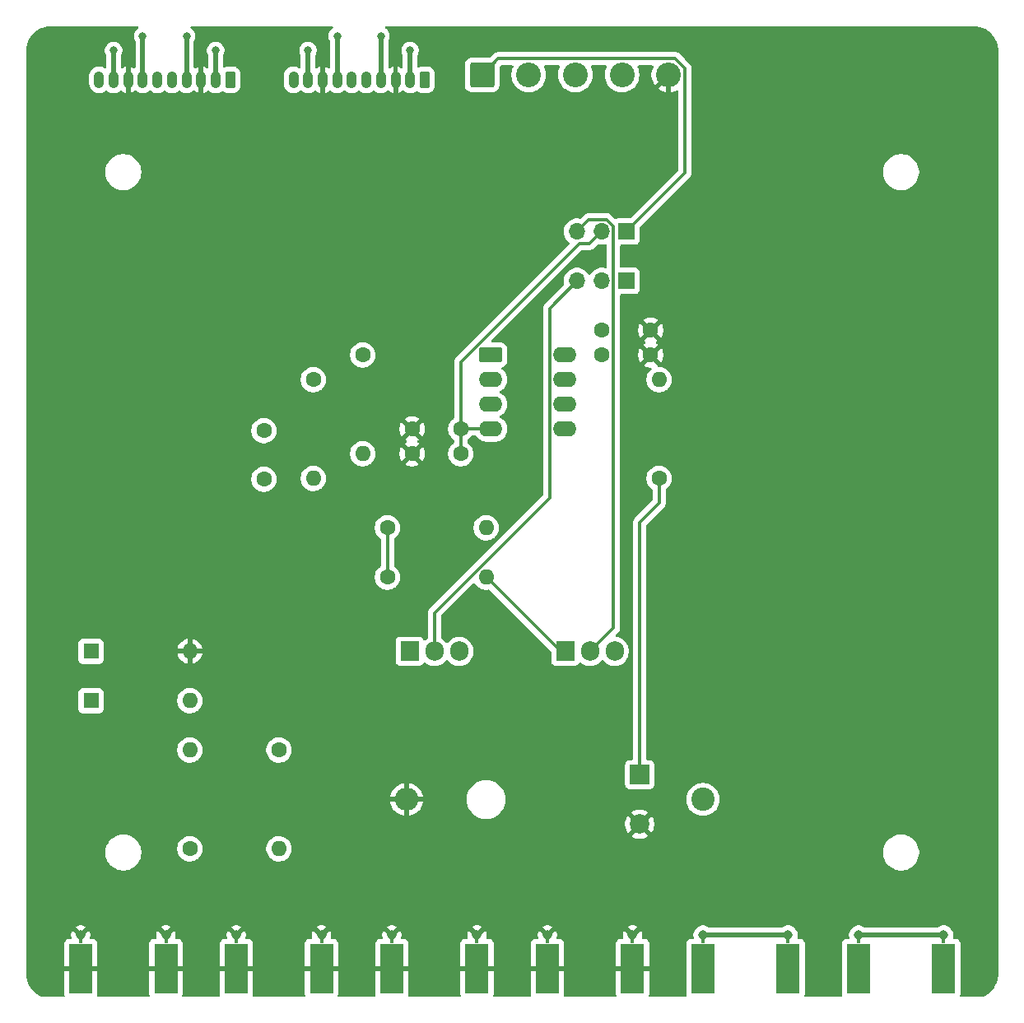
<source format=gbl>
G04 #@! TF.GenerationSoftware,KiCad,Pcbnew,9.0.0*
G04 #@! TF.CreationDate,2025-07-04T16:46:46-07:00*
G04 #@! TF.ProjectId,bipolar_current_control,6269706f-6c61-4725-9f63-757272656e74,rev?*
G04 #@! TF.SameCoordinates,Original*
G04 #@! TF.FileFunction,Copper,L4,Bot*
G04 #@! TF.FilePolarity,Positive*
%FSLAX46Y46*%
G04 Gerber Fmt 4.6, Leading zero omitted, Abs format (unit mm)*
G04 Created by KiCad (PCBNEW 9.0.0) date 2025-07-04 16:46:46*
%MOMM*%
%LPD*%
G01*
G04 APERTURE LIST*
G04 Aperture macros list*
%AMRoundRect*
0 Rectangle with rounded corners*
0 $1 Rounding radius*
0 $2 $3 $4 $5 $6 $7 $8 $9 X,Y pos of 4 corners*
0 Add a 4 corners polygon primitive as box body*
4,1,4,$2,$3,$4,$5,$6,$7,$8,$9,$2,$3,0*
0 Add four circle primitives for the rounded corners*
1,1,$1+$1,$2,$3*
1,1,$1+$1,$4,$5*
1,1,$1+$1,$6,$7*
1,1,$1+$1,$8,$9*
0 Add four rect primitives between the rounded corners*
20,1,$1+$1,$2,$3,$4,$5,0*
20,1,$1+$1,$4,$5,$6,$7,0*
20,1,$1+$1,$6,$7,$8,$9,0*
20,1,$1+$1,$8,$9,$2,$3,0*%
G04 Aperture macros list end*
G04 #@! TA.AperFunction,ComponentPad*
%ADD10C,1.600000*%
G04 #@! TD*
G04 #@! TA.AperFunction,ComponentPad*
%ADD11R,2.000000X2.000000*%
G04 #@! TD*
G04 #@! TA.AperFunction,ComponentPad*
%ADD12C,2.000000*%
G04 #@! TD*
G04 #@! TA.AperFunction,ComponentPad*
%ADD13R,1.700000X1.700000*%
G04 #@! TD*
G04 #@! TA.AperFunction,ComponentPad*
%ADD14O,1.700000X1.700000*%
G04 #@! TD*
G04 #@! TA.AperFunction,ComponentPad*
%ADD15R,1.600000X1.600000*%
G04 #@! TD*
G04 #@! TA.AperFunction,ComponentPad*
%ADD16O,1.600000X1.600000*%
G04 #@! TD*
G04 #@! TA.AperFunction,SMDPad,CuDef*
%ADD17R,2.420000X5.080000*%
G04 #@! TD*
G04 #@! TA.AperFunction,SMDPad,CuDef*
%ADD18R,0.460000X0.950000*%
G04 #@! TD*
G04 #@! TA.AperFunction,ComponentPad*
%ADD19C,0.970000*%
G04 #@! TD*
G04 #@! TA.AperFunction,ComponentPad*
%ADD20C,2.400000*%
G04 #@! TD*
G04 #@! TA.AperFunction,ComponentPad*
%ADD21O,2.400000X2.400000*%
G04 #@! TD*
G04 #@! TA.AperFunction,ComponentPad*
%ADD22RoundRect,0.249999X-1.025001X-1.025001X1.025001X-1.025001X1.025001X1.025001X-1.025001X1.025001X0*%
G04 #@! TD*
G04 #@! TA.AperFunction,ComponentPad*
%ADD23C,2.550000*%
G04 #@! TD*
G04 #@! TA.AperFunction,ComponentPad*
%ADD24RoundRect,0.250000X0.265000X0.615000X-0.265000X0.615000X-0.265000X-0.615000X0.265000X-0.615000X0*%
G04 #@! TD*
G04 #@! TA.AperFunction,ComponentPad*
%ADD25O,1.030000X1.730000*%
G04 #@! TD*
G04 #@! TA.AperFunction,ComponentPad*
%ADD26R,1.905000X2.000000*%
G04 #@! TD*
G04 #@! TA.AperFunction,ComponentPad*
%ADD27O,1.905000X2.000000*%
G04 #@! TD*
G04 #@! TA.AperFunction,ComponentPad*
%ADD28RoundRect,0.250000X-0.950000X-0.550000X0.950000X-0.550000X0.950000X0.550000X-0.950000X0.550000X0*%
G04 #@! TD*
G04 #@! TA.AperFunction,ComponentPad*
%ADD29O,2.400000X1.600000*%
G04 #@! TD*
G04 #@! TA.AperFunction,ViaPad*
%ADD30C,0.800000*%
G04 #@! TD*
G04 #@! TA.AperFunction,Conductor*
%ADD31C,0.500000*%
G04 #@! TD*
G04 #@! TA.AperFunction,Conductor*
%ADD32C,0.350000*%
G04 #@! TD*
G04 APERTURE END LIST*
D10*
X159245000Y-83820000D03*
X164245000Y-83820000D03*
D11*
X163120000Y-127000000D03*
D12*
X163120000Y-132080000D03*
D13*
X161745000Y-76200000D03*
D14*
X159205000Y-76200000D03*
X156665000Y-76200000D03*
D15*
X106680000Y-114300000D03*
D16*
X116840000Y-114300000D03*
D17*
X185620000Y-146930000D03*
X194380000Y-146930000D03*
D18*
X185620000Y-143940000D03*
X194380000Y-143940000D03*
D19*
X185620000Y-143490000D03*
X194380000Y-143490000D03*
D20*
X169620000Y-129540000D03*
D21*
X139140000Y-129540000D03*
D22*
X146900000Y-55000000D03*
D23*
X151700000Y-55000000D03*
X156500000Y-55000000D03*
X161300000Y-55000000D03*
X166100000Y-55000000D03*
D24*
X141000000Y-55500000D03*
D25*
X139500000Y-55500000D03*
X138000000Y-55500000D03*
X136500000Y-55500000D03*
X135000000Y-55500000D03*
X133500000Y-55500000D03*
X132000000Y-55500000D03*
X130500000Y-55500000D03*
X129000000Y-55500000D03*
X127500000Y-55500000D03*
D10*
X137160000Y-106680000D03*
D16*
X147320000Y-106680000D03*
D17*
X137620000Y-146930000D03*
X146380000Y-146930000D03*
D18*
X137620000Y-143940000D03*
X146380000Y-143940000D03*
D19*
X137620000Y-143490000D03*
X146380000Y-143490000D03*
D10*
X124460000Y-96600000D03*
X124460000Y-91600000D03*
X116840000Y-134620000D03*
D16*
X116840000Y-124460000D03*
D10*
X129540000Y-86360000D03*
D16*
X129540000Y-96520000D03*
D10*
X144700000Y-93980000D03*
X139700000Y-93980000D03*
D15*
X106680000Y-119380000D03*
D16*
X116840000Y-119380000D03*
D10*
X137160000Y-101600000D03*
D16*
X147320000Y-101600000D03*
D10*
X144700000Y-91440000D03*
X139700000Y-91440000D03*
D13*
X161745000Y-71120000D03*
D14*
X159205000Y-71120000D03*
X156665000Y-71120000D03*
D10*
X126000000Y-124460000D03*
D16*
X126000000Y-134620000D03*
D17*
X121620000Y-146930000D03*
X130380000Y-146930000D03*
D18*
X121620000Y-143940000D03*
X130380000Y-143940000D03*
D19*
X121620000Y-143490000D03*
X130380000Y-143490000D03*
D26*
X139460000Y-114300000D03*
D27*
X142000000Y-114300000D03*
X144540000Y-114300000D03*
D10*
X159245000Y-81280000D03*
X164245000Y-81280000D03*
D26*
X155460000Y-114300000D03*
D27*
X158000000Y-114300000D03*
X160540000Y-114300000D03*
D24*
X121000000Y-55500000D03*
D25*
X119500000Y-55500000D03*
X118000000Y-55500000D03*
X116500000Y-55500000D03*
X115000000Y-55500000D03*
X113500000Y-55500000D03*
X112000000Y-55500000D03*
X110500000Y-55500000D03*
X109000000Y-55500000D03*
X107500000Y-55500000D03*
D17*
X153620000Y-146930000D03*
X162380000Y-146930000D03*
D18*
X153620000Y-143940000D03*
X162380000Y-143940000D03*
D19*
X153620000Y-143490000D03*
X162380000Y-143490000D03*
D10*
X134620000Y-83820000D03*
D16*
X134620000Y-93980000D03*
D17*
X169620000Y-146930000D03*
X178380000Y-146930000D03*
D18*
X169620000Y-143940000D03*
X178380000Y-143940000D03*
D19*
X169620000Y-143490000D03*
X178380000Y-143490000D03*
D10*
X165100000Y-96520000D03*
D16*
X165100000Y-86360000D03*
D17*
X105620000Y-146930000D03*
X114380000Y-146930000D03*
D18*
X105620000Y-143940000D03*
X114380000Y-143940000D03*
D19*
X105620000Y-143490000D03*
X114380000Y-143490000D03*
D28*
X147800000Y-83820000D03*
D29*
X147800000Y-86360000D03*
X147800000Y-88900000D03*
X147800000Y-91440000D03*
X155420000Y-91440000D03*
X155420000Y-88900000D03*
X155420000Y-86360000D03*
X155420000Y-83820000D03*
D30*
X136500000Y-51000000D03*
X112000000Y-51000000D03*
X116500000Y-51000000D03*
X132000000Y-51000000D03*
X129000000Y-52500000D03*
X109000000Y-52500000D03*
X119500000Y-52500000D03*
X139500000Y-52500000D03*
D31*
X165500000Y-58000000D02*
X166100000Y-57400000D01*
X118000000Y-57500000D02*
X118500000Y-58000000D01*
X110500000Y-57500000D02*
X111000000Y-58000000D01*
X130500000Y-57500000D02*
X131000000Y-58000000D01*
X117500000Y-58000000D02*
X118000000Y-57500000D01*
X118500000Y-58000000D02*
X130000000Y-58000000D01*
X110500000Y-55500000D02*
X110500000Y-57500000D01*
X138000000Y-57500000D02*
X138500000Y-58000000D01*
X137500000Y-58000000D02*
X138000000Y-57500000D01*
X130500000Y-55500000D02*
X130500000Y-57500000D01*
X130000000Y-58000000D02*
X130500000Y-57500000D01*
X138000000Y-55500000D02*
X138000000Y-57500000D01*
X138500000Y-58000000D02*
X165500000Y-58000000D01*
X131000000Y-58000000D02*
X137500000Y-58000000D01*
X166100000Y-57400000D02*
X166100000Y-55000000D01*
X111000000Y-58000000D02*
X117500000Y-58000000D01*
X118000000Y-55500000D02*
X118000000Y-57500000D01*
X116500000Y-51000000D02*
X116500000Y-55500000D01*
X136500000Y-51000000D02*
X136500000Y-55500000D01*
X112000000Y-51000000D02*
X112000000Y-55500000D01*
X132000000Y-51000000D02*
X132000000Y-55500000D01*
X129000000Y-52500000D02*
X129000000Y-55500000D01*
X139500000Y-52500000D02*
X139500000Y-55500000D01*
X119500000Y-52500000D02*
X119500000Y-55500000D01*
X109000000Y-52500000D02*
X109000000Y-55500000D01*
D32*
X167751000Y-65114000D02*
X167751000Y-54316133D01*
X167751000Y-54316133D02*
X166783867Y-53349000D01*
X148551000Y-53349000D02*
X146900000Y-55000000D01*
X167751000Y-56634298D02*
X167751000Y-54316133D01*
X161745000Y-71120000D02*
X167751000Y-65114000D01*
X166783867Y-53349000D02*
X148551000Y-53349000D01*
D31*
X169620000Y-143490000D02*
X178380000Y-143490000D01*
D32*
X165100000Y-99060000D02*
X163120000Y-101040000D01*
X163120000Y-101040000D02*
X163120000Y-127000000D01*
X165100000Y-96520000D02*
X165100000Y-99060000D01*
X159205000Y-71120000D02*
X157979000Y-72346000D01*
X157979000Y-72346000D02*
X156881774Y-72346000D01*
X156881774Y-72346000D02*
X144700000Y-84527774D01*
X144700000Y-84527774D02*
X144700000Y-91440000D01*
X144700000Y-91440000D02*
X147800000Y-91440000D01*
X144700000Y-91440000D02*
X144700000Y-93980000D01*
X137160000Y-101600000D02*
X137160000Y-106680000D01*
X154940000Y-114300000D02*
X155460000Y-114300000D01*
X147320000Y-106680000D02*
X154940000Y-114300000D01*
D31*
X185620000Y-143490000D02*
X194380000Y-143490000D01*
D32*
X153844000Y-79021000D02*
X153844000Y-98492884D01*
X142000000Y-110336884D02*
X142000000Y-114300000D01*
X156665000Y-76200000D02*
X153844000Y-79021000D01*
X153844000Y-98492884D02*
X142000000Y-110336884D01*
X160431000Y-111869000D02*
X158000000Y-114300000D01*
X156665000Y-71120000D02*
X157891000Y-69894000D01*
X159712826Y-69894000D02*
X160431000Y-70612174D01*
X160431000Y-70612174D02*
X160431000Y-111869000D01*
X157891000Y-69894000D02*
X159712826Y-69894000D01*
G04 #@! TA.AperFunction,Conductor*
G36*
X111533265Y-50020185D02*
G01*
X111579020Y-50072989D01*
X111588964Y-50142147D01*
X111559939Y-50205703D01*
X111535117Y-50227602D01*
X111425965Y-50300535D01*
X111425961Y-50300538D01*
X111300538Y-50425961D01*
X111300535Y-50425965D01*
X111201990Y-50573446D01*
X111201983Y-50573459D01*
X111134106Y-50737332D01*
X111134103Y-50737341D01*
X111099500Y-50911304D01*
X111099500Y-51088695D01*
X111134103Y-51262658D01*
X111134106Y-51262667D01*
X111201984Y-51426542D01*
X111201985Y-51426543D01*
X111201987Y-51426547D01*
X111228602Y-51466378D01*
X111249480Y-51533055D01*
X111249500Y-51535269D01*
X111249500Y-54198081D01*
X111229815Y-54265120D01*
X111177011Y-54310875D01*
X111107853Y-54320819D01*
X111056610Y-54301184D01*
X110980787Y-54250521D01*
X110980780Y-54250517D01*
X110796065Y-54174006D01*
X110796057Y-54174004D01*
X110750000Y-54164842D01*
X110750000Y-55233811D01*
X110724116Y-55207927D01*
X110640885Y-55159874D01*
X110548053Y-55135000D01*
X110451947Y-55135000D01*
X110359115Y-55159874D01*
X110275884Y-55207927D01*
X110250000Y-55233811D01*
X110250000Y-54164843D01*
X110249999Y-54164842D01*
X110203942Y-54174004D01*
X110203934Y-54174006D01*
X110019219Y-54250517D01*
X110019212Y-54250521D01*
X109943390Y-54301184D01*
X109876713Y-54322061D01*
X109809333Y-54303576D01*
X109762643Y-54251597D01*
X109750500Y-54198081D01*
X109750500Y-53035269D01*
X109770185Y-52968230D01*
X109771398Y-52966378D01*
X109798013Y-52926547D01*
X109865894Y-52762666D01*
X109868338Y-52750383D01*
X109900499Y-52588695D01*
X109900500Y-52588693D01*
X109900500Y-52411306D01*
X109900499Y-52411304D01*
X109865896Y-52237341D01*
X109865893Y-52237332D01*
X109860133Y-52223427D01*
X109848923Y-52196363D01*
X109798016Y-52073459D01*
X109798009Y-52073446D01*
X109699464Y-51925965D01*
X109699461Y-51925961D01*
X109574038Y-51800538D01*
X109574034Y-51800535D01*
X109426553Y-51701990D01*
X109426540Y-51701983D01*
X109262667Y-51634106D01*
X109262658Y-51634103D01*
X109088694Y-51599500D01*
X109088691Y-51599500D01*
X108911309Y-51599500D01*
X108911306Y-51599500D01*
X108737341Y-51634103D01*
X108737332Y-51634106D01*
X108573459Y-51701983D01*
X108573446Y-51701990D01*
X108425965Y-51800535D01*
X108425961Y-51800538D01*
X108300538Y-51925961D01*
X108300535Y-51925965D01*
X108201990Y-52073446D01*
X108201983Y-52073459D01*
X108134106Y-52237332D01*
X108134103Y-52237341D01*
X108099500Y-52411304D01*
X108099500Y-52588695D01*
X108134103Y-52762658D01*
X108134105Y-52762664D01*
X108134106Y-52762666D01*
X108155038Y-52813201D01*
X108201984Y-52926542D01*
X108201985Y-52926543D01*
X108201987Y-52926547D01*
X108228602Y-52966378D01*
X108249480Y-53033055D01*
X108249500Y-53035269D01*
X108249500Y-54197479D01*
X108229815Y-54264518D01*
X108177011Y-54310273D01*
X108107853Y-54320217D01*
X108056610Y-54300581D01*
X107981031Y-54250081D01*
X107981013Y-54250071D01*
X107796215Y-54173526D01*
X107796203Y-54173523D01*
X107600022Y-54134500D01*
X107600018Y-54134500D01*
X107399982Y-54134500D01*
X107399977Y-54134500D01*
X107203796Y-54173523D01*
X107203784Y-54173526D01*
X107018986Y-54250071D01*
X107018973Y-54250078D01*
X106852656Y-54361208D01*
X106852652Y-54361211D01*
X106711211Y-54502652D01*
X106711208Y-54502656D01*
X106600078Y-54668973D01*
X106600071Y-54668986D01*
X106523526Y-54853784D01*
X106523523Y-54853796D01*
X106484500Y-55049977D01*
X106484500Y-55950022D01*
X106523523Y-56146203D01*
X106523526Y-56146215D01*
X106600071Y-56331013D01*
X106600078Y-56331026D01*
X106711208Y-56497343D01*
X106711211Y-56497347D01*
X106852652Y-56638788D01*
X106852656Y-56638791D01*
X107018973Y-56749921D01*
X107018986Y-56749928D01*
X107202625Y-56825993D01*
X107203789Y-56826475D01*
X107347185Y-56854998D01*
X107399977Y-56865499D01*
X107399981Y-56865500D01*
X107399982Y-56865500D01*
X107600019Y-56865500D01*
X107600020Y-56865499D01*
X107796211Y-56826475D01*
X107981020Y-56749925D01*
X108147344Y-56638791D01*
X108162318Y-56623816D01*
X108223639Y-56590331D01*
X108293331Y-56595314D01*
X108337681Y-56623816D01*
X108352264Y-56638399D01*
X108352657Y-56638792D01*
X108518973Y-56749921D01*
X108518986Y-56749928D01*
X108702625Y-56825993D01*
X108703789Y-56826475D01*
X108847185Y-56854998D01*
X108899977Y-56865499D01*
X108899981Y-56865500D01*
X108899982Y-56865500D01*
X109100019Y-56865500D01*
X109100020Y-56865499D01*
X109296211Y-56826475D01*
X109481020Y-56749925D01*
X109647344Y-56638791D01*
X109662671Y-56623463D01*
X109723989Y-56589978D01*
X109793681Y-56594959D01*
X109838034Y-56623462D01*
X109852971Y-56638399D01*
X109852975Y-56638402D01*
X110019210Y-56749477D01*
X110019223Y-56749484D01*
X110203929Y-56825991D01*
X110203936Y-56825993D01*
X110250000Y-56835155D01*
X110250000Y-55766189D01*
X110275884Y-55792073D01*
X110359115Y-55840126D01*
X110451947Y-55865000D01*
X110548053Y-55865000D01*
X110640885Y-55840126D01*
X110724116Y-55792073D01*
X110750000Y-55766189D01*
X110750000Y-56835154D01*
X110796063Y-56825993D01*
X110796070Y-56825991D01*
X110980776Y-56749484D01*
X110980789Y-56749477D01*
X111147023Y-56638403D01*
X111161962Y-56623464D01*
X111223285Y-56589977D01*
X111292977Y-56594960D01*
X111337329Y-56623464D01*
X111352653Y-56638789D01*
X111352656Y-56638791D01*
X111518973Y-56749921D01*
X111518986Y-56749928D01*
X111702625Y-56825993D01*
X111703789Y-56826475D01*
X111847185Y-56854998D01*
X111899977Y-56865499D01*
X111899981Y-56865500D01*
X111899982Y-56865500D01*
X112100019Y-56865500D01*
X112100020Y-56865499D01*
X112296211Y-56826475D01*
X112481020Y-56749925D01*
X112647344Y-56638791D01*
X112662318Y-56623816D01*
X112723639Y-56590331D01*
X112793331Y-56595314D01*
X112837681Y-56623816D01*
X112852264Y-56638399D01*
X112852657Y-56638792D01*
X113018973Y-56749921D01*
X113018986Y-56749928D01*
X113202625Y-56825993D01*
X113203789Y-56826475D01*
X113347185Y-56854998D01*
X113399977Y-56865499D01*
X113399981Y-56865500D01*
X113399982Y-56865500D01*
X113600019Y-56865500D01*
X113600020Y-56865499D01*
X113796211Y-56826475D01*
X113981020Y-56749925D01*
X114147344Y-56638791D01*
X114162318Y-56623816D01*
X114223639Y-56590331D01*
X114293331Y-56595314D01*
X114337681Y-56623816D01*
X114352264Y-56638399D01*
X114352657Y-56638792D01*
X114518973Y-56749921D01*
X114518986Y-56749928D01*
X114702625Y-56825993D01*
X114703789Y-56826475D01*
X114847185Y-56854998D01*
X114899977Y-56865499D01*
X114899981Y-56865500D01*
X114899982Y-56865500D01*
X115100019Y-56865500D01*
X115100020Y-56865499D01*
X115296211Y-56826475D01*
X115481020Y-56749925D01*
X115647344Y-56638791D01*
X115662318Y-56623816D01*
X115723639Y-56590331D01*
X115793331Y-56595314D01*
X115837681Y-56623816D01*
X115852264Y-56638399D01*
X115852657Y-56638792D01*
X116018973Y-56749921D01*
X116018986Y-56749928D01*
X116202625Y-56825993D01*
X116203789Y-56826475D01*
X116347185Y-56854998D01*
X116399977Y-56865499D01*
X116399981Y-56865500D01*
X116399982Y-56865500D01*
X116600019Y-56865500D01*
X116600020Y-56865499D01*
X116796211Y-56826475D01*
X116981020Y-56749925D01*
X117147344Y-56638791D01*
X117162671Y-56623463D01*
X117223989Y-56589978D01*
X117293681Y-56594959D01*
X117338034Y-56623462D01*
X117352971Y-56638399D01*
X117352975Y-56638402D01*
X117519210Y-56749477D01*
X117519223Y-56749484D01*
X117703929Y-56825991D01*
X117703936Y-56825993D01*
X117750000Y-56835155D01*
X117750000Y-55766189D01*
X117775884Y-55792073D01*
X117859115Y-55840126D01*
X117951947Y-55865000D01*
X118048053Y-55865000D01*
X118140885Y-55840126D01*
X118224116Y-55792073D01*
X118250000Y-55766189D01*
X118250000Y-56835154D01*
X118296063Y-56825993D01*
X118296070Y-56825991D01*
X118480776Y-56749484D01*
X118480789Y-56749477D01*
X118647023Y-56638403D01*
X118661962Y-56623464D01*
X118723285Y-56589977D01*
X118792977Y-56594960D01*
X118837329Y-56623464D01*
X118852653Y-56638789D01*
X118852656Y-56638791D01*
X119018973Y-56749921D01*
X119018986Y-56749928D01*
X119202625Y-56825993D01*
X119203789Y-56826475D01*
X119347185Y-56854998D01*
X119399977Y-56865499D01*
X119399981Y-56865500D01*
X119399982Y-56865500D01*
X119600019Y-56865500D01*
X119600020Y-56865499D01*
X119796211Y-56826475D01*
X119981020Y-56749925D01*
X120092751Y-56675268D01*
X120159427Y-56654391D01*
X120226807Y-56672875D01*
X120249322Y-56690690D01*
X120266344Y-56707712D01*
X120415666Y-56799814D01*
X120582203Y-56854999D01*
X120684991Y-56865500D01*
X121315008Y-56865499D01*
X121315016Y-56865498D01*
X121315019Y-56865498D01*
X121371302Y-56859748D01*
X121417797Y-56854999D01*
X121584334Y-56799814D01*
X121733656Y-56707712D01*
X121857712Y-56583656D01*
X121949814Y-56434334D01*
X122004999Y-56267797D01*
X122015500Y-56165009D01*
X122015499Y-54834992D01*
X122004999Y-54732203D01*
X121949814Y-54565666D01*
X121857712Y-54416344D01*
X121733656Y-54292288D01*
X121605172Y-54213039D01*
X121584336Y-54200187D01*
X121584331Y-54200185D01*
X121582862Y-54199698D01*
X121417797Y-54145001D01*
X121417795Y-54145000D01*
X121315010Y-54134500D01*
X120684998Y-54134500D01*
X120684980Y-54134501D01*
X120582203Y-54145000D01*
X120582200Y-54145001D01*
X120413504Y-54200902D01*
X120343676Y-54203304D01*
X120283634Y-54167572D01*
X120252441Y-54105052D01*
X120250500Y-54083196D01*
X120250500Y-53035269D01*
X120270185Y-52968230D01*
X120271398Y-52966378D01*
X120298013Y-52926547D01*
X120365894Y-52762666D01*
X120368338Y-52750383D01*
X120400499Y-52588695D01*
X120400500Y-52588693D01*
X120400500Y-52411306D01*
X120400499Y-52411304D01*
X120365896Y-52237341D01*
X120365893Y-52237332D01*
X120360133Y-52223427D01*
X120348923Y-52196363D01*
X120298016Y-52073459D01*
X120298009Y-52073446D01*
X120199464Y-51925965D01*
X120199461Y-51925961D01*
X120074038Y-51800538D01*
X120074034Y-51800535D01*
X119926553Y-51701990D01*
X119926540Y-51701983D01*
X119762667Y-51634106D01*
X119762658Y-51634103D01*
X119588694Y-51599500D01*
X119588691Y-51599500D01*
X119411309Y-51599500D01*
X119411306Y-51599500D01*
X119237341Y-51634103D01*
X119237332Y-51634106D01*
X119073459Y-51701983D01*
X119073446Y-51701990D01*
X118925965Y-51800535D01*
X118925961Y-51800538D01*
X118800538Y-51925961D01*
X118800535Y-51925965D01*
X118701990Y-52073446D01*
X118701983Y-52073459D01*
X118634106Y-52237332D01*
X118634103Y-52237341D01*
X118599500Y-52411304D01*
X118599500Y-52588695D01*
X118634103Y-52762658D01*
X118634105Y-52762664D01*
X118634106Y-52762666D01*
X118655038Y-52813201D01*
X118701984Y-52926542D01*
X118701985Y-52926543D01*
X118701987Y-52926547D01*
X118728602Y-52966378D01*
X118749480Y-53033055D01*
X118749500Y-53035269D01*
X118749500Y-54198081D01*
X118729815Y-54265120D01*
X118677011Y-54310875D01*
X118607853Y-54320819D01*
X118556610Y-54301184D01*
X118480787Y-54250521D01*
X118480780Y-54250517D01*
X118296065Y-54174006D01*
X118296057Y-54174004D01*
X118250000Y-54164842D01*
X118250000Y-55233811D01*
X118224116Y-55207927D01*
X118140885Y-55159874D01*
X118048053Y-55135000D01*
X117951947Y-55135000D01*
X117859115Y-55159874D01*
X117775884Y-55207927D01*
X117750000Y-55233811D01*
X117750000Y-54164843D01*
X117749999Y-54164842D01*
X117703942Y-54174004D01*
X117703934Y-54174006D01*
X117519219Y-54250517D01*
X117519212Y-54250521D01*
X117443390Y-54301184D01*
X117376713Y-54322061D01*
X117309333Y-54303576D01*
X117262643Y-54251597D01*
X117250500Y-54198081D01*
X117250500Y-51535269D01*
X117270185Y-51468230D01*
X117271398Y-51466378D01*
X117298013Y-51426547D01*
X117365894Y-51262666D01*
X117400500Y-51088691D01*
X117400500Y-50911309D01*
X117400500Y-50911306D01*
X117400499Y-50911304D01*
X117365896Y-50737341D01*
X117365893Y-50737332D01*
X117298016Y-50573459D01*
X117298009Y-50573446D01*
X117199464Y-50425965D01*
X117199461Y-50425961D01*
X117074038Y-50300538D01*
X117074034Y-50300535D01*
X116964883Y-50227602D01*
X116920078Y-50173990D01*
X116911371Y-50104665D01*
X116941526Y-50041637D01*
X117000969Y-50004918D01*
X117033774Y-50000500D01*
X131466226Y-50000500D01*
X131533265Y-50020185D01*
X131579020Y-50072989D01*
X131588964Y-50142147D01*
X131559939Y-50205703D01*
X131535117Y-50227602D01*
X131425965Y-50300535D01*
X131425961Y-50300538D01*
X131300538Y-50425961D01*
X131300535Y-50425965D01*
X131201990Y-50573446D01*
X131201983Y-50573459D01*
X131134106Y-50737332D01*
X131134103Y-50737341D01*
X131099500Y-50911304D01*
X131099500Y-51088695D01*
X131134103Y-51262658D01*
X131134106Y-51262667D01*
X131201984Y-51426542D01*
X131201985Y-51426543D01*
X131201987Y-51426547D01*
X131228602Y-51466378D01*
X131249480Y-51533055D01*
X131249500Y-51535269D01*
X131249500Y-54198081D01*
X131229815Y-54265120D01*
X131177011Y-54310875D01*
X131107853Y-54320819D01*
X131056610Y-54301184D01*
X130980787Y-54250521D01*
X130980780Y-54250517D01*
X130796065Y-54174006D01*
X130796057Y-54174004D01*
X130750000Y-54164842D01*
X130750000Y-55233811D01*
X130724116Y-55207927D01*
X130640885Y-55159874D01*
X130548053Y-55135000D01*
X130451947Y-55135000D01*
X130359115Y-55159874D01*
X130275884Y-55207927D01*
X130250000Y-55233811D01*
X130250000Y-54164843D01*
X130249999Y-54164842D01*
X130203942Y-54174004D01*
X130203934Y-54174006D01*
X130019219Y-54250517D01*
X130019212Y-54250521D01*
X129943390Y-54301184D01*
X129876713Y-54322061D01*
X129809333Y-54303576D01*
X129762643Y-54251597D01*
X129750500Y-54198081D01*
X129750500Y-53035269D01*
X129770185Y-52968230D01*
X129771398Y-52966378D01*
X129798013Y-52926547D01*
X129865894Y-52762666D01*
X129868338Y-52750383D01*
X129900499Y-52588695D01*
X129900500Y-52588693D01*
X129900500Y-52411306D01*
X129900499Y-52411304D01*
X129865896Y-52237341D01*
X129865893Y-52237332D01*
X129860133Y-52223427D01*
X129848923Y-52196363D01*
X129798016Y-52073459D01*
X129798009Y-52073446D01*
X129699464Y-51925965D01*
X129699461Y-51925961D01*
X129574038Y-51800538D01*
X129574034Y-51800535D01*
X129426553Y-51701990D01*
X129426540Y-51701983D01*
X129262667Y-51634106D01*
X129262658Y-51634103D01*
X129088694Y-51599500D01*
X129088691Y-51599500D01*
X128911309Y-51599500D01*
X128911306Y-51599500D01*
X128737341Y-51634103D01*
X128737332Y-51634106D01*
X128573459Y-51701983D01*
X128573446Y-51701990D01*
X128425965Y-51800535D01*
X128425961Y-51800538D01*
X128300538Y-51925961D01*
X128300535Y-51925965D01*
X128201990Y-52073446D01*
X128201983Y-52073459D01*
X128134106Y-52237332D01*
X128134103Y-52237341D01*
X128099500Y-52411304D01*
X128099500Y-52588695D01*
X128134103Y-52762658D01*
X128134105Y-52762664D01*
X128134106Y-52762666D01*
X128155038Y-52813201D01*
X128201984Y-52926542D01*
X128201985Y-52926543D01*
X128201987Y-52926547D01*
X128228602Y-52966378D01*
X128249480Y-53033055D01*
X128249500Y-53035269D01*
X128249500Y-54197479D01*
X128229815Y-54264518D01*
X128177011Y-54310273D01*
X128107853Y-54320217D01*
X128056610Y-54300581D01*
X127981031Y-54250081D01*
X127981013Y-54250071D01*
X127796215Y-54173526D01*
X127796203Y-54173523D01*
X127600022Y-54134500D01*
X127600018Y-54134500D01*
X127399982Y-54134500D01*
X127399977Y-54134500D01*
X127203796Y-54173523D01*
X127203784Y-54173526D01*
X127018986Y-54250071D01*
X127018973Y-54250078D01*
X126852656Y-54361208D01*
X126852652Y-54361211D01*
X126711211Y-54502652D01*
X126711208Y-54502656D01*
X126600078Y-54668973D01*
X126600071Y-54668986D01*
X126523526Y-54853784D01*
X126523523Y-54853796D01*
X126484500Y-55049977D01*
X126484500Y-55950022D01*
X126523523Y-56146203D01*
X126523526Y-56146215D01*
X126600071Y-56331013D01*
X126600078Y-56331026D01*
X126711208Y-56497343D01*
X126711211Y-56497347D01*
X126852652Y-56638788D01*
X126852656Y-56638791D01*
X127018973Y-56749921D01*
X127018986Y-56749928D01*
X127202625Y-56825993D01*
X127203789Y-56826475D01*
X127347185Y-56854998D01*
X127399977Y-56865499D01*
X127399981Y-56865500D01*
X127399982Y-56865500D01*
X127600019Y-56865500D01*
X127600020Y-56865499D01*
X127796211Y-56826475D01*
X127981020Y-56749925D01*
X128147344Y-56638791D01*
X128162318Y-56623816D01*
X128223639Y-56590331D01*
X128293331Y-56595314D01*
X128337681Y-56623816D01*
X128352264Y-56638399D01*
X128352657Y-56638792D01*
X128518973Y-56749921D01*
X128518986Y-56749928D01*
X128702625Y-56825993D01*
X128703789Y-56826475D01*
X128847185Y-56854998D01*
X128899977Y-56865499D01*
X128899981Y-56865500D01*
X128899982Y-56865500D01*
X129100019Y-56865500D01*
X129100020Y-56865499D01*
X129296211Y-56826475D01*
X129481020Y-56749925D01*
X129647344Y-56638791D01*
X129662671Y-56623463D01*
X129723989Y-56589978D01*
X129793681Y-56594959D01*
X129838034Y-56623462D01*
X129852971Y-56638399D01*
X129852975Y-56638402D01*
X130019210Y-56749477D01*
X130019223Y-56749484D01*
X130203929Y-56825991D01*
X130203936Y-56825993D01*
X130250000Y-56835155D01*
X130250000Y-55766189D01*
X130275884Y-55792073D01*
X130359115Y-55840126D01*
X130451947Y-55865000D01*
X130548053Y-55865000D01*
X130640885Y-55840126D01*
X130724116Y-55792073D01*
X130750000Y-55766189D01*
X130750000Y-56835154D01*
X130796063Y-56825993D01*
X130796070Y-56825991D01*
X130980776Y-56749484D01*
X130980789Y-56749477D01*
X131147023Y-56638403D01*
X131161962Y-56623464D01*
X131223285Y-56589977D01*
X131292977Y-56594960D01*
X131337329Y-56623464D01*
X131352653Y-56638789D01*
X131352656Y-56638791D01*
X131518973Y-56749921D01*
X131518986Y-56749928D01*
X131702625Y-56825993D01*
X131703789Y-56826475D01*
X131847185Y-56854998D01*
X131899977Y-56865499D01*
X131899981Y-56865500D01*
X131899982Y-56865500D01*
X132100019Y-56865500D01*
X132100020Y-56865499D01*
X132296211Y-56826475D01*
X132481020Y-56749925D01*
X132647344Y-56638791D01*
X132662318Y-56623816D01*
X132723639Y-56590331D01*
X132793331Y-56595314D01*
X132837681Y-56623816D01*
X132852264Y-56638399D01*
X132852657Y-56638792D01*
X133018973Y-56749921D01*
X133018986Y-56749928D01*
X133202625Y-56825993D01*
X133203789Y-56826475D01*
X133347185Y-56854998D01*
X133399977Y-56865499D01*
X133399981Y-56865500D01*
X133399982Y-56865500D01*
X133600019Y-56865500D01*
X133600020Y-56865499D01*
X133796211Y-56826475D01*
X133981020Y-56749925D01*
X134147344Y-56638791D01*
X134162318Y-56623816D01*
X134223639Y-56590331D01*
X134293331Y-56595314D01*
X134337681Y-56623816D01*
X134352264Y-56638399D01*
X134352657Y-56638792D01*
X134518973Y-56749921D01*
X134518986Y-56749928D01*
X134702625Y-56825993D01*
X134703789Y-56826475D01*
X134847185Y-56854998D01*
X134899977Y-56865499D01*
X134899981Y-56865500D01*
X134899982Y-56865500D01*
X135100019Y-56865500D01*
X135100020Y-56865499D01*
X135296211Y-56826475D01*
X135481020Y-56749925D01*
X135647344Y-56638791D01*
X135662318Y-56623816D01*
X135723639Y-56590331D01*
X135793331Y-56595314D01*
X135837681Y-56623816D01*
X135852264Y-56638399D01*
X135852657Y-56638792D01*
X136018973Y-56749921D01*
X136018986Y-56749928D01*
X136202625Y-56825993D01*
X136203789Y-56826475D01*
X136347185Y-56854998D01*
X136399977Y-56865499D01*
X136399981Y-56865500D01*
X136399982Y-56865500D01*
X136600019Y-56865500D01*
X136600020Y-56865499D01*
X136796211Y-56826475D01*
X136981020Y-56749925D01*
X137147344Y-56638791D01*
X137162671Y-56623463D01*
X137223989Y-56589978D01*
X137293681Y-56594959D01*
X137338034Y-56623462D01*
X137352971Y-56638399D01*
X137352975Y-56638402D01*
X137519210Y-56749477D01*
X137519223Y-56749484D01*
X137703929Y-56825991D01*
X137703936Y-56825993D01*
X137750000Y-56835155D01*
X137750000Y-55766189D01*
X137775884Y-55792073D01*
X137859115Y-55840126D01*
X137951947Y-55865000D01*
X138048053Y-55865000D01*
X138140885Y-55840126D01*
X138224116Y-55792073D01*
X138250000Y-55766189D01*
X138250000Y-56835154D01*
X138296063Y-56825993D01*
X138296070Y-56825991D01*
X138480776Y-56749484D01*
X138480789Y-56749477D01*
X138647023Y-56638403D01*
X138661962Y-56623464D01*
X138723285Y-56589977D01*
X138792977Y-56594960D01*
X138837329Y-56623464D01*
X138852653Y-56638789D01*
X138852656Y-56638791D01*
X139018973Y-56749921D01*
X139018986Y-56749928D01*
X139202625Y-56825993D01*
X139203789Y-56826475D01*
X139347185Y-56854998D01*
X139399977Y-56865499D01*
X139399981Y-56865500D01*
X139399982Y-56865500D01*
X139600019Y-56865500D01*
X139600020Y-56865499D01*
X139796211Y-56826475D01*
X139981020Y-56749925D01*
X140092751Y-56675268D01*
X140159427Y-56654391D01*
X140226807Y-56672875D01*
X140249322Y-56690690D01*
X140266344Y-56707712D01*
X140415666Y-56799814D01*
X140582203Y-56854999D01*
X140684991Y-56865500D01*
X141315008Y-56865499D01*
X141315016Y-56865498D01*
X141315019Y-56865498D01*
X141371302Y-56859748D01*
X141417797Y-56854999D01*
X141584334Y-56799814D01*
X141733656Y-56707712D01*
X141857712Y-56583656D01*
X141949814Y-56434334D01*
X142004999Y-56267797D01*
X142015500Y-56165009D01*
X142015499Y-54834992D01*
X142004999Y-54732203D01*
X141949814Y-54565666D01*
X141857712Y-54416344D01*
X141733656Y-54292288D01*
X141605172Y-54213039D01*
X141584336Y-54200187D01*
X141584331Y-54200185D01*
X141582862Y-54199698D01*
X141417797Y-54145001D01*
X141417795Y-54145000D01*
X141315010Y-54134500D01*
X140684998Y-54134500D01*
X140684980Y-54134501D01*
X140582203Y-54145000D01*
X140582200Y-54145001D01*
X140413504Y-54200902D01*
X140343676Y-54203304D01*
X140283634Y-54167572D01*
X140252441Y-54105052D01*
X140250500Y-54083196D01*
X140250500Y-53035269D01*
X140270185Y-52968230D01*
X140271398Y-52966378D01*
X140298013Y-52926547D01*
X140365894Y-52762666D01*
X140368338Y-52750383D01*
X140400499Y-52588695D01*
X140400500Y-52588693D01*
X140400500Y-52411306D01*
X140400499Y-52411304D01*
X140365896Y-52237341D01*
X140365893Y-52237332D01*
X140360133Y-52223427D01*
X140348923Y-52196363D01*
X140298016Y-52073459D01*
X140298009Y-52073446D01*
X140199464Y-51925965D01*
X140199461Y-51925961D01*
X140074038Y-51800538D01*
X140074034Y-51800535D01*
X139926553Y-51701990D01*
X139926540Y-51701983D01*
X139762667Y-51634106D01*
X139762658Y-51634103D01*
X139588694Y-51599500D01*
X139588691Y-51599500D01*
X139411309Y-51599500D01*
X139411306Y-51599500D01*
X139237341Y-51634103D01*
X139237332Y-51634106D01*
X139073459Y-51701983D01*
X139073446Y-51701990D01*
X138925965Y-51800535D01*
X138925961Y-51800538D01*
X138800538Y-51925961D01*
X138800535Y-51925965D01*
X138701990Y-52073446D01*
X138701983Y-52073459D01*
X138634106Y-52237332D01*
X138634103Y-52237341D01*
X138599500Y-52411304D01*
X138599500Y-52588695D01*
X138634103Y-52762658D01*
X138634105Y-52762664D01*
X138634106Y-52762666D01*
X138655038Y-52813201D01*
X138701984Y-52926542D01*
X138701985Y-52926543D01*
X138701987Y-52926547D01*
X138728602Y-52966378D01*
X138749480Y-53033055D01*
X138749500Y-53035269D01*
X138749500Y-54198081D01*
X138729815Y-54265120D01*
X138677011Y-54310875D01*
X138607853Y-54320819D01*
X138556610Y-54301184D01*
X138480787Y-54250521D01*
X138480780Y-54250517D01*
X138296065Y-54174006D01*
X138296057Y-54174004D01*
X138250000Y-54164842D01*
X138250000Y-55233811D01*
X138224116Y-55207927D01*
X138140885Y-55159874D01*
X138048053Y-55135000D01*
X137951947Y-55135000D01*
X137859115Y-55159874D01*
X137775884Y-55207927D01*
X137750000Y-55233811D01*
X137750000Y-54164843D01*
X137749999Y-54164842D01*
X137703942Y-54174004D01*
X137703934Y-54174006D01*
X137519219Y-54250517D01*
X137519212Y-54250521D01*
X137443390Y-54301184D01*
X137376713Y-54322061D01*
X137309333Y-54303576D01*
X137262643Y-54251597D01*
X137250500Y-54198081D01*
X137250500Y-51535269D01*
X137270185Y-51468230D01*
X137271398Y-51466378D01*
X137298013Y-51426547D01*
X137365894Y-51262666D01*
X137400500Y-51088691D01*
X137400500Y-50911309D01*
X137400500Y-50911306D01*
X137400499Y-50911304D01*
X137365896Y-50737341D01*
X137365893Y-50737332D01*
X137298016Y-50573459D01*
X137298009Y-50573446D01*
X137199464Y-50425965D01*
X137199461Y-50425961D01*
X137074038Y-50300538D01*
X137074034Y-50300535D01*
X136964883Y-50227602D01*
X136920078Y-50173990D01*
X136911371Y-50104665D01*
X136941526Y-50041637D01*
X137000969Y-50004918D01*
X137033774Y-50000500D01*
X197496250Y-50000500D01*
X197503736Y-50000726D01*
X197767901Y-50016704D01*
X197776547Y-50017534D01*
X197838283Y-50025662D01*
X197844348Y-50026616D01*
X198072866Y-50068494D01*
X198082569Y-50070679D01*
X198135375Y-50084828D01*
X198140127Y-50086205D01*
X198319650Y-50142147D01*
X198370039Y-50157849D01*
X198380596Y-50161671D01*
X198415944Y-50176312D01*
X198419265Y-50177747D01*
X198654497Y-50283617D01*
X198654517Y-50283626D01*
X198665603Y-50289301D01*
X198666842Y-50290016D01*
X198668983Y-50291280D01*
X198913465Y-50439075D01*
X198925776Y-50447573D01*
X199028498Y-50528050D01*
X199151573Y-50624473D01*
X199162781Y-50634403D01*
X199365596Y-50837218D01*
X199375526Y-50848426D01*
X199552422Y-51074217D01*
X199560926Y-51086537D01*
X199562231Y-51088695D01*
X199708699Y-51330984D01*
X199709982Y-51333156D01*
X199710697Y-51334395D01*
X199716372Y-51345481D01*
X199822221Y-51580665D01*
X199823708Y-51584107D01*
X199838326Y-51619400D01*
X199842149Y-51629959D01*
X199913788Y-51859855D01*
X199915178Y-51864652D01*
X199929314Y-51917407D01*
X199931508Y-51927149D01*
X199973373Y-52155595D01*
X199974343Y-52161762D01*
X199982461Y-52223427D01*
X199983296Y-52232125D01*
X199999274Y-52496263D01*
X199999500Y-52503750D01*
X199999500Y-147496249D01*
X199999274Y-147503736D01*
X199983296Y-147767873D01*
X199982461Y-147776569D01*
X199982461Y-147776571D01*
X199974343Y-147838236D01*
X199973373Y-147844403D01*
X199931508Y-148072849D01*
X199929314Y-148082591D01*
X199915178Y-148135346D01*
X199913788Y-148140143D01*
X199842149Y-148370039D01*
X199838326Y-148380598D01*
X199823708Y-148415891D01*
X199822221Y-148419333D01*
X199716372Y-148654517D01*
X199710697Y-148665603D01*
X199709982Y-148666842D01*
X199708699Y-148669014D01*
X199560928Y-148913459D01*
X199552422Y-148925782D01*
X199375526Y-149151573D01*
X199365596Y-149162781D01*
X199162781Y-149365596D01*
X199151573Y-149375526D01*
X198925782Y-149552422D01*
X198913459Y-149560928D01*
X198669014Y-149708699D01*
X198666882Y-149709959D01*
X198665651Y-149710670D01*
X198654524Y-149716369D01*
X198419310Y-149822230D01*
X198415875Y-149823714D01*
X198380599Y-149838327D01*
X198370035Y-149842152D01*
X198351596Y-149847897D01*
X198330777Y-149854385D01*
X198293888Y-149860000D01*
X196157313Y-149860000D01*
X196090274Y-149840315D01*
X196044519Y-149787511D01*
X196034575Y-149718353D01*
X196041131Y-149692667D01*
X196084091Y-149577483D01*
X196086785Y-149552422D01*
X196090500Y-149517873D01*
X196090499Y-144342128D01*
X196084091Y-144282517D01*
X196072599Y-144251706D01*
X196033797Y-144147671D01*
X196033793Y-144147664D01*
X195947547Y-144032455D01*
X195947544Y-144032452D01*
X195832335Y-143946206D01*
X195832328Y-143946202D01*
X195697482Y-143895908D01*
X195697483Y-143895908D01*
X195637883Y-143889501D01*
X195637881Y-143889500D01*
X195637873Y-143889500D01*
X195637865Y-143889500D01*
X195456436Y-143889500D01*
X195389397Y-143869815D01*
X195343642Y-143817011D01*
X195333698Y-143747853D01*
X195334819Y-143741309D01*
X195365499Y-143587067D01*
X195365500Y-143587065D01*
X195365500Y-143392934D01*
X195327628Y-143202545D01*
X195327627Y-143202544D01*
X195327627Y-143202540D01*
X195253338Y-143023191D01*
X195145488Y-142861781D01*
X195145486Y-142861778D01*
X195008221Y-142724513D01*
X194847473Y-142617106D01*
X194846809Y-142616662D01*
X194667460Y-142542373D01*
X194667454Y-142542371D01*
X194477065Y-142504500D01*
X194477063Y-142504500D01*
X194282937Y-142504500D01*
X194282935Y-142504500D01*
X194092545Y-142542371D01*
X194092539Y-142542373D01*
X193913189Y-142616662D01*
X193760625Y-142718602D01*
X193693948Y-142739480D01*
X193691735Y-142739500D01*
X186308265Y-142739500D01*
X186241226Y-142719815D01*
X186239375Y-142718602D01*
X186086810Y-142616662D01*
X186086811Y-142616662D01*
X185907460Y-142542373D01*
X185907454Y-142542371D01*
X185717065Y-142504500D01*
X185717063Y-142504500D01*
X185522937Y-142504500D01*
X185522935Y-142504500D01*
X185332545Y-142542371D01*
X185332539Y-142542373D01*
X185153192Y-142616661D01*
X184991778Y-142724513D01*
X184854513Y-142861778D01*
X184746661Y-143023192D01*
X184672373Y-143202539D01*
X184672371Y-143202545D01*
X184634500Y-143392934D01*
X184634500Y-143587067D01*
X184665181Y-143741309D01*
X184658954Y-143810900D01*
X184616091Y-143866078D01*
X184550201Y-143889322D01*
X184543565Y-143889500D01*
X184362130Y-143889500D01*
X184362123Y-143889501D01*
X184302516Y-143895908D01*
X184167671Y-143946202D01*
X184167664Y-143946206D01*
X184052455Y-144032452D01*
X184052452Y-144032455D01*
X183966206Y-144147664D01*
X183966202Y-144147671D01*
X183915908Y-144282517D01*
X183909501Y-144342116D01*
X183909501Y-144342123D01*
X183909500Y-144342135D01*
X183909500Y-149517870D01*
X183909501Y-149517876D01*
X183915908Y-149577483D01*
X183958869Y-149692667D01*
X183963853Y-149762359D01*
X183930367Y-149823682D01*
X183869044Y-149857166D01*
X183842687Y-149860000D01*
X180157313Y-149860000D01*
X180090274Y-149840315D01*
X180044519Y-149787511D01*
X180034575Y-149718353D01*
X180041131Y-149692667D01*
X180084091Y-149577483D01*
X180086785Y-149552422D01*
X180090500Y-149517873D01*
X180090499Y-144342128D01*
X180084091Y-144282517D01*
X180072599Y-144251706D01*
X180033797Y-144147671D01*
X180033793Y-144147664D01*
X179947547Y-144032455D01*
X179947544Y-144032452D01*
X179832335Y-143946206D01*
X179832328Y-143946202D01*
X179697482Y-143895908D01*
X179697483Y-143895908D01*
X179637883Y-143889501D01*
X179637881Y-143889500D01*
X179637873Y-143889500D01*
X179637865Y-143889500D01*
X179456436Y-143889500D01*
X179389397Y-143869815D01*
X179343642Y-143817011D01*
X179333698Y-143747853D01*
X179334819Y-143741309D01*
X179365499Y-143587067D01*
X179365500Y-143587065D01*
X179365500Y-143392934D01*
X179327628Y-143202545D01*
X179327627Y-143202544D01*
X179327627Y-143202540D01*
X179253338Y-143023191D01*
X179145488Y-142861781D01*
X179145486Y-142861778D01*
X179008221Y-142724513D01*
X178847473Y-142617106D01*
X178846809Y-142616662D01*
X178667460Y-142542373D01*
X178667454Y-142542371D01*
X178477065Y-142504500D01*
X178477063Y-142504500D01*
X178282937Y-142504500D01*
X178282935Y-142504500D01*
X178092545Y-142542371D01*
X178092539Y-142542373D01*
X177913189Y-142616662D01*
X177760625Y-142718602D01*
X177693948Y-142739480D01*
X177691735Y-142739500D01*
X170308265Y-142739500D01*
X170241226Y-142719815D01*
X170239375Y-142718602D01*
X170086810Y-142616662D01*
X170086811Y-142616662D01*
X169907460Y-142542373D01*
X169907454Y-142542371D01*
X169717065Y-142504500D01*
X169717063Y-142504500D01*
X169522937Y-142504500D01*
X169522935Y-142504500D01*
X169332545Y-142542371D01*
X169332539Y-142542373D01*
X169153192Y-142616661D01*
X168991778Y-142724513D01*
X168854513Y-142861778D01*
X168746661Y-143023192D01*
X168672373Y-143202539D01*
X168672371Y-143202545D01*
X168634500Y-143392934D01*
X168634500Y-143587067D01*
X168665181Y-143741309D01*
X168658954Y-143810900D01*
X168616091Y-143866078D01*
X168550201Y-143889322D01*
X168543565Y-143889500D01*
X168362130Y-143889500D01*
X168362123Y-143889501D01*
X168302516Y-143895908D01*
X168167671Y-143946202D01*
X168167664Y-143946206D01*
X168052455Y-144032452D01*
X168052452Y-144032455D01*
X167966206Y-144147664D01*
X167966202Y-144147671D01*
X167915908Y-144282517D01*
X167909501Y-144342116D01*
X167909501Y-144342123D01*
X167909500Y-144342135D01*
X167909500Y-149517870D01*
X167909501Y-149517876D01*
X167915908Y-149577483D01*
X167958869Y-149692667D01*
X167963853Y-149762359D01*
X167930367Y-149823682D01*
X167869044Y-149857166D01*
X167842687Y-149860000D01*
X164156779Y-149860000D01*
X164089740Y-149840315D01*
X164043985Y-149787511D01*
X164034041Y-149718353D01*
X164040597Y-149692667D01*
X164083596Y-149577379D01*
X164083598Y-149577372D01*
X164089999Y-149517844D01*
X164090000Y-149517827D01*
X164090000Y-147180000D01*
X160670000Y-147180000D01*
X160670000Y-149517844D01*
X160676401Y-149577372D01*
X160676403Y-149577379D01*
X160719403Y-149692667D01*
X160724387Y-149762358D01*
X160690902Y-149823681D01*
X160629579Y-149857166D01*
X160603221Y-149860000D01*
X155396779Y-149860000D01*
X155329740Y-149840315D01*
X155283985Y-149787511D01*
X155274041Y-149718353D01*
X155280597Y-149692667D01*
X155323596Y-149577379D01*
X155323598Y-149577372D01*
X155329999Y-149517844D01*
X155330000Y-149517827D01*
X155330000Y-147180000D01*
X151910000Y-147180000D01*
X151910000Y-149517844D01*
X151916401Y-149577372D01*
X151916403Y-149577379D01*
X151959403Y-149692667D01*
X151964387Y-149762358D01*
X151930902Y-149823681D01*
X151869579Y-149857166D01*
X151843221Y-149860000D01*
X148156779Y-149860000D01*
X148089740Y-149840315D01*
X148043985Y-149787511D01*
X148034041Y-149718353D01*
X148040597Y-149692667D01*
X148083596Y-149577379D01*
X148083598Y-149577372D01*
X148089999Y-149517844D01*
X148090000Y-149517827D01*
X148090000Y-147180000D01*
X144670000Y-147180000D01*
X144670000Y-149517844D01*
X144676401Y-149577372D01*
X144676403Y-149577379D01*
X144719403Y-149692667D01*
X144724387Y-149762358D01*
X144690902Y-149823681D01*
X144629579Y-149857166D01*
X144603221Y-149860000D01*
X139396779Y-149860000D01*
X139329740Y-149840315D01*
X139283985Y-149787511D01*
X139274041Y-149718353D01*
X139280597Y-149692667D01*
X139323596Y-149577379D01*
X139323598Y-149577372D01*
X139329999Y-149517844D01*
X139330000Y-149517827D01*
X139330000Y-147180000D01*
X135910000Y-147180000D01*
X135910000Y-149517844D01*
X135916401Y-149577372D01*
X135916403Y-149577379D01*
X135959403Y-149692667D01*
X135964387Y-149762358D01*
X135930902Y-149823681D01*
X135869579Y-149857166D01*
X135843221Y-149860000D01*
X132156779Y-149860000D01*
X132089740Y-149840315D01*
X132043985Y-149787511D01*
X132034041Y-149718353D01*
X132040597Y-149692667D01*
X132083596Y-149577379D01*
X132083598Y-149577372D01*
X132089999Y-149517844D01*
X132090000Y-149517827D01*
X132090000Y-147180000D01*
X128670000Y-147180000D01*
X128670000Y-149517844D01*
X128676401Y-149577372D01*
X128676403Y-149577379D01*
X128719403Y-149692667D01*
X128724387Y-149762358D01*
X128690902Y-149823681D01*
X128629579Y-149857166D01*
X128603221Y-149860000D01*
X123396779Y-149860000D01*
X123329740Y-149840315D01*
X123283985Y-149787511D01*
X123274041Y-149718353D01*
X123280597Y-149692667D01*
X123323596Y-149577379D01*
X123323598Y-149577372D01*
X123329999Y-149517844D01*
X123330000Y-149517827D01*
X123330000Y-147180000D01*
X119910000Y-147180000D01*
X119910000Y-149517844D01*
X119916401Y-149577372D01*
X119916403Y-149577379D01*
X119959403Y-149692667D01*
X119964387Y-149762358D01*
X119930902Y-149823681D01*
X119869579Y-149857166D01*
X119843221Y-149860000D01*
X116156779Y-149860000D01*
X116089740Y-149840315D01*
X116043985Y-149787511D01*
X116034041Y-149718353D01*
X116040597Y-149692667D01*
X116083596Y-149577379D01*
X116083598Y-149577372D01*
X116089999Y-149517844D01*
X116090000Y-149517827D01*
X116090000Y-147180000D01*
X112670000Y-147180000D01*
X112670000Y-149517844D01*
X112676401Y-149577372D01*
X112676403Y-149577379D01*
X112719403Y-149692667D01*
X112724387Y-149762358D01*
X112690902Y-149823681D01*
X112629579Y-149857166D01*
X112603221Y-149860000D01*
X107396779Y-149860000D01*
X107329740Y-149840315D01*
X107283985Y-149787511D01*
X107274041Y-149718353D01*
X107280597Y-149692667D01*
X107323596Y-149577379D01*
X107323598Y-149577372D01*
X107329999Y-149517844D01*
X107330000Y-149517827D01*
X107330000Y-147180000D01*
X103910000Y-147180000D01*
X103910000Y-149517844D01*
X103916401Y-149577372D01*
X103916403Y-149577379D01*
X103959403Y-149692667D01*
X103964387Y-149762358D01*
X103930902Y-149823681D01*
X103869579Y-149857166D01*
X103843221Y-149860000D01*
X101706111Y-149860000D01*
X101704754Y-149859793D01*
X101704068Y-149859983D01*
X101669221Y-149854385D01*
X101629967Y-149842153D01*
X101619400Y-149838327D01*
X101584122Y-149823713D01*
X101580688Y-149822230D01*
X101345474Y-149716369D01*
X101334347Y-149710670D01*
X101333116Y-149709959D01*
X101330984Y-149708699D01*
X101168667Y-149610575D01*
X101086537Y-149560926D01*
X101074217Y-149552422D01*
X101030122Y-149517876D01*
X100848426Y-149375526D01*
X100837218Y-149365596D01*
X100634403Y-149162781D01*
X100624473Y-149151573D01*
X100447577Y-148925782D01*
X100439075Y-148913465D01*
X100291280Y-148668983D01*
X100290016Y-148666842D01*
X100289301Y-148665603D01*
X100283626Y-148654517D01*
X100283617Y-148654497D01*
X100177747Y-148419265D01*
X100176312Y-148415944D01*
X100161671Y-148380596D01*
X100157849Y-148370039D01*
X100086210Y-148140143D01*
X100084828Y-148135375D01*
X100070679Y-148082569D01*
X100068494Y-148072866D01*
X100026616Y-147844348D01*
X100025662Y-147838283D01*
X100017534Y-147776547D01*
X100016704Y-147767901D01*
X100000726Y-147503736D01*
X100000500Y-147496250D01*
X100000500Y-144342155D01*
X103910000Y-144342155D01*
X103910000Y-146680000D01*
X107330000Y-146680000D01*
X107330000Y-144342172D01*
X107329999Y-144342155D01*
X112670000Y-144342155D01*
X112670000Y-146680000D01*
X116090000Y-146680000D01*
X116090000Y-144342172D01*
X116089999Y-144342155D01*
X119910000Y-144342155D01*
X119910000Y-146680000D01*
X123330000Y-146680000D01*
X123330000Y-144342172D01*
X123329999Y-144342155D01*
X128670000Y-144342155D01*
X128670000Y-146680000D01*
X132090000Y-146680000D01*
X132090000Y-144342172D01*
X132089999Y-144342155D01*
X135910000Y-144342155D01*
X135910000Y-146680000D01*
X139330000Y-146680000D01*
X139330000Y-144342172D01*
X139329999Y-144342155D01*
X144670000Y-144342155D01*
X144670000Y-146680000D01*
X148090000Y-146680000D01*
X148090000Y-144342172D01*
X148089999Y-144342155D01*
X151910000Y-144342155D01*
X151910000Y-146680000D01*
X155330000Y-146680000D01*
X155330000Y-144342172D01*
X155329999Y-144342155D01*
X160670000Y-144342155D01*
X160670000Y-146680000D01*
X164090000Y-146680000D01*
X164090000Y-144342172D01*
X164089999Y-144342155D01*
X164083598Y-144282627D01*
X164083596Y-144282620D01*
X164033354Y-144147913D01*
X164033350Y-144147906D01*
X163947190Y-144032812D01*
X163947187Y-144032809D01*
X163832093Y-143946649D01*
X163832086Y-143946645D01*
X163697379Y-143896403D01*
X163697372Y-143896401D01*
X163637844Y-143890000D01*
X163455827Y-143890000D01*
X163388788Y-143870315D01*
X163343033Y-143817511D01*
X163333089Y-143748353D01*
X163334210Y-143741809D01*
X163364999Y-143587018D01*
X163365000Y-143587016D01*
X163365000Y-143392983D01*
X163364999Y-143392981D01*
X163327148Y-143202693D01*
X163327145Y-143202681D01*
X163252898Y-143023431D01*
X163231758Y-142991794D01*
X162644457Y-143579095D01*
X162583134Y-143612580D01*
X162578319Y-143612235D01*
X162610000Y-143535750D01*
X162610000Y-143444250D01*
X162574985Y-143359715D01*
X162510285Y-143295015D01*
X162425750Y-143260000D01*
X162334250Y-143260000D01*
X162249715Y-143295015D01*
X162185015Y-143359715D01*
X162150000Y-143444250D01*
X162150000Y-143535750D01*
X162180366Y-143609061D01*
X162159889Y-143607597D01*
X162115542Y-143579096D01*
X161528240Y-142991794D01*
X161507104Y-143023426D01*
X161507103Y-143023428D01*
X161432853Y-143202685D01*
X161432851Y-143202693D01*
X161395000Y-143392981D01*
X161395000Y-143587018D01*
X161425790Y-143741809D01*
X161419563Y-143811400D01*
X161376700Y-143866578D01*
X161310810Y-143889822D01*
X161304173Y-143890000D01*
X161122155Y-143890000D01*
X161062627Y-143896401D01*
X161062620Y-143896403D01*
X160927913Y-143946645D01*
X160927906Y-143946649D01*
X160812812Y-144032809D01*
X160812809Y-144032812D01*
X160726649Y-144147906D01*
X160726645Y-144147913D01*
X160676403Y-144282620D01*
X160676401Y-144282627D01*
X160670000Y-144342155D01*
X155329999Y-144342155D01*
X155323598Y-144282627D01*
X155323596Y-144282620D01*
X155273354Y-144147913D01*
X155273350Y-144147906D01*
X155187190Y-144032812D01*
X155187187Y-144032809D01*
X155072093Y-143946649D01*
X155072086Y-143946645D01*
X154937379Y-143896403D01*
X154937372Y-143896401D01*
X154877844Y-143890000D01*
X154695827Y-143890000D01*
X154628788Y-143870315D01*
X154583033Y-143817511D01*
X154573089Y-143748353D01*
X154574210Y-143741809D01*
X154604999Y-143587018D01*
X154605000Y-143587016D01*
X154605000Y-143392983D01*
X154604999Y-143392981D01*
X154567148Y-143202693D01*
X154567145Y-143202681D01*
X154492898Y-143023431D01*
X154471758Y-142991794D01*
X153884457Y-143579095D01*
X153823134Y-143612580D01*
X153818319Y-143612235D01*
X153850000Y-143535750D01*
X153850000Y-143444250D01*
X153814985Y-143359715D01*
X153750285Y-143295015D01*
X153665750Y-143260000D01*
X153574250Y-143260000D01*
X153489715Y-143295015D01*
X153425015Y-143359715D01*
X153390000Y-143444250D01*
X153390000Y-143535750D01*
X153420366Y-143609061D01*
X153399889Y-143607597D01*
X153355542Y-143579096D01*
X152768240Y-142991794D01*
X152747104Y-143023426D01*
X152747103Y-143023428D01*
X152672853Y-143202685D01*
X152672851Y-143202693D01*
X152635000Y-143392981D01*
X152635000Y-143587018D01*
X152665790Y-143741809D01*
X152659563Y-143811400D01*
X152616700Y-143866578D01*
X152550810Y-143889822D01*
X152544173Y-143890000D01*
X152362155Y-143890000D01*
X152302627Y-143896401D01*
X152302620Y-143896403D01*
X152167913Y-143946645D01*
X152167906Y-143946649D01*
X152052812Y-144032809D01*
X152052809Y-144032812D01*
X151966649Y-144147906D01*
X151966645Y-144147913D01*
X151916403Y-144282620D01*
X151916401Y-144282627D01*
X151910000Y-144342155D01*
X148089999Y-144342155D01*
X148083598Y-144282627D01*
X148083596Y-144282620D01*
X148033354Y-144147913D01*
X148033350Y-144147906D01*
X147947190Y-144032812D01*
X147947187Y-144032809D01*
X147832093Y-143946649D01*
X147832086Y-143946645D01*
X147697379Y-143896403D01*
X147697372Y-143896401D01*
X147637844Y-143890000D01*
X147455827Y-143890000D01*
X147388788Y-143870315D01*
X147343033Y-143817511D01*
X147333089Y-143748353D01*
X147334210Y-143741809D01*
X147364999Y-143587018D01*
X147365000Y-143587016D01*
X147365000Y-143392983D01*
X147364999Y-143392981D01*
X147327148Y-143202693D01*
X147327145Y-143202681D01*
X147252898Y-143023431D01*
X147231758Y-142991794D01*
X146644457Y-143579095D01*
X146583134Y-143612580D01*
X146578319Y-143612235D01*
X146610000Y-143535750D01*
X146610000Y-143444250D01*
X146574985Y-143359715D01*
X146510285Y-143295015D01*
X146425750Y-143260000D01*
X146334250Y-143260000D01*
X146249715Y-143295015D01*
X146185015Y-143359715D01*
X146150000Y-143444250D01*
X146150000Y-143535750D01*
X146180366Y-143609061D01*
X146159889Y-143607597D01*
X146115542Y-143579096D01*
X145528240Y-142991794D01*
X145507104Y-143023426D01*
X145507103Y-143023428D01*
X145432853Y-143202685D01*
X145432851Y-143202693D01*
X145395000Y-143392981D01*
X145395000Y-143587018D01*
X145425790Y-143741809D01*
X145419563Y-143811400D01*
X145376700Y-143866578D01*
X145310810Y-143889822D01*
X145304173Y-143890000D01*
X145122155Y-143890000D01*
X145062627Y-143896401D01*
X145062620Y-143896403D01*
X144927913Y-143946645D01*
X144927906Y-143946649D01*
X144812812Y-144032809D01*
X144812809Y-144032812D01*
X144726649Y-144147906D01*
X144726645Y-144147913D01*
X144676403Y-144282620D01*
X144676401Y-144282627D01*
X144670000Y-144342155D01*
X139329999Y-144342155D01*
X139323598Y-144282627D01*
X139323596Y-144282620D01*
X139273354Y-144147913D01*
X139273350Y-144147906D01*
X139187190Y-144032812D01*
X139187187Y-144032809D01*
X139072093Y-143946649D01*
X139072086Y-143946645D01*
X138937379Y-143896403D01*
X138937372Y-143896401D01*
X138877844Y-143890000D01*
X138695827Y-143890000D01*
X138628788Y-143870315D01*
X138583033Y-143817511D01*
X138573089Y-143748353D01*
X138574210Y-143741809D01*
X138604999Y-143587018D01*
X138605000Y-143587016D01*
X138605000Y-143392983D01*
X138604999Y-143392981D01*
X138567148Y-143202693D01*
X138567145Y-143202681D01*
X138492898Y-143023431D01*
X138471758Y-142991794D01*
X137884457Y-143579095D01*
X137823134Y-143612580D01*
X137818319Y-143612235D01*
X137850000Y-143535750D01*
X137850000Y-143444250D01*
X137814985Y-143359715D01*
X137750285Y-143295015D01*
X137665750Y-143260000D01*
X137574250Y-143260000D01*
X137489715Y-143295015D01*
X137425015Y-143359715D01*
X137390000Y-143444250D01*
X137390000Y-143535750D01*
X137420366Y-143609061D01*
X137399889Y-143607597D01*
X137355542Y-143579096D01*
X136768240Y-142991794D01*
X136747104Y-143023426D01*
X136747103Y-143023428D01*
X136672853Y-143202685D01*
X136672851Y-143202693D01*
X136635000Y-143392981D01*
X136635000Y-143587018D01*
X136665790Y-143741809D01*
X136659563Y-143811400D01*
X136616700Y-143866578D01*
X136550810Y-143889822D01*
X136544173Y-143890000D01*
X136362155Y-143890000D01*
X136302627Y-143896401D01*
X136302620Y-143896403D01*
X136167913Y-143946645D01*
X136167906Y-143946649D01*
X136052812Y-144032809D01*
X136052809Y-144032812D01*
X135966649Y-144147906D01*
X135966645Y-144147913D01*
X135916403Y-144282620D01*
X135916401Y-144282627D01*
X135910000Y-144342155D01*
X132089999Y-144342155D01*
X132083598Y-144282627D01*
X132083596Y-144282620D01*
X132033354Y-144147913D01*
X132033350Y-144147906D01*
X131947190Y-144032812D01*
X131947187Y-144032809D01*
X131832093Y-143946649D01*
X131832086Y-143946645D01*
X131697379Y-143896403D01*
X131697372Y-143896401D01*
X131637844Y-143890000D01*
X131455827Y-143890000D01*
X131388788Y-143870315D01*
X131343033Y-143817511D01*
X131333089Y-143748353D01*
X131334210Y-143741809D01*
X131364999Y-143587018D01*
X131365000Y-143587016D01*
X131365000Y-143392983D01*
X131364999Y-143392981D01*
X131327148Y-143202693D01*
X131327145Y-143202681D01*
X131252898Y-143023431D01*
X131231758Y-142991794D01*
X130644457Y-143579095D01*
X130583134Y-143612580D01*
X130578319Y-143612235D01*
X130610000Y-143535750D01*
X130610000Y-143444250D01*
X130574985Y-143359715D01*
X130510285Y-143295015D01*
X130425750Y-143260000D01*
X130334250Y-143260000D01*
X130249715Y-143295015D01*
X130185015Y-143359715D01*
X130150000Y-143444250D01*
X130150000Y-143535750D01*
X130180366Y-143609061D01*
X130159889Y-143607597D01*
X130115542Y-143579096D01*
X129528240Y-142991794D01*
X129507104Y-143023426D01*
X129507103Y-143023428D01*
X129432853Y-143202685D01*
X129432851Y-143202693D01*
X129395000Y-143392981D01*
X129395000Y-143587018D01*
X129425790Y-143741809D01*
X129419563Y-143811400D01*
X129376700Y-143866578D01*
X129310810Y-143889822D01*
X129304173Y-143890000D01*
X129122155Y-143890000D01*
X129062627Y-143896401D01*
X129062620Y-143896403D01*
X128927913Y-143946645D01*
X128927906Y-143946649D01*
X128812812Y-144032809D01*
X128812809Y-144032812D01*
X128726649Y-144147906D01*
X128726645Y-144147913D01*
X128676403Y-144282620D01*
X128676401Y-144282627D01*
X128670000Y-144342155D01*
X123329999Y-144342155D01*
X123323598Y-144282627D01*
X123323596Y-144282620D01*
X123273354Y-144147913D01*
X123273350Y-144147906D01*
X123187190Y-144032812D01*
X123187187Y-144032809D01*
X123072093Y-143946649D01*
X123072086Y-143946645D01*
X122937379Y-143896403D01*
X122937372Y-143896401D01*
X122877844Y-143890000D01*
X122695827Y-143890000D01*
X122628788Y-143870315D01*
X122583033Y-143817511D01*
X122573089Y-143748353D01*
X122574210Y-143741809D01*
X122604999Y-143587018D01*
X122605000Y-143587016D01*
X122605000Y-143392983D01*
X122604999Y-143392981D01*
X122567148Y-143202693D01*
X122567145Y-143202681D01*
X122492898Y-143023431D01*
X122471758Y-142991794D01*
X121884457Y-143579095D01*
X121823134Y-143612580D01*
X121818319Y-143612235D01*
X121850000Y-143535750D01*
X121850000Y-143444250D01*
X121814985Y-143359715D01*
X121750285Y-143295015D01*
X121665750Y-143260000D01*
X121574250Y-143260000D01*
X121489715Y-143295015D01*
X121425015Y-143359715D01*
X121390000Y-143444250D01*
X121390000Y-143535750D01*
X121420366Y-143609061D01*
X121399889Y-143607597D01*
X121355542Y-143579096D01*
X120768240Y-142991794D01*
X120747104Y-143023426D01*
X120747103Y-143023428D01*
X120672853Y-143202685D01*
X120672851Y-143202693D01*
X120635000Y-143392981D01*
X120635000Y-143587018D01*
X120665790Y-143741809D01*
X120659563Y-143811400D01*
X120616700Y-143866578D01*
X120550810Y-143889822D01*
X120544173Y-143890000D01*
X120362155Y-143890000D01*
X120302627Y-143896401D01*
X120302620Y-143896403D01*
X120167913Y-143946645D01*
X120167906Y-143946649D01*
X120052812Y-144032809D01*
X120052809Y-144032812D01*
X119966649Y-144147906D01*
X119966645Y-144147913D01*
X119916403Y-144282620D01*
X119916401Y-144282627D01*
X119910000Y-144342155D01*
X116089999Y-144342155D01*
X116083598Y-144282627D01*
X116083596Y-144282620D01*
X116033354Y-144147913D01*
X116033350Y-144147906D01*
X115947190Y-144032812D01*
X115947187Y-144032809D01*
X115832093Y-143946649D01*
X115832086Y-143946645D01*
X115697379Y-143896403D01*
X115697372Y-143896401D01*
X115637844Y-143890000D01*
X115455827Y-143890000D01*
X115388788Y-143870315D01*
X115343033Y-143817511D01*
X115333089Y-143748353D01*
X115334210Y-143741809D01*
X115364999Y-143587018D01*
X115365000Y-143587016D01*
X115365000Y-143392983D01*
X115364999Y-143392981D01*
X115327148Y-143202693D01*
X115327145Y-143202681D01*
X115252898Y-143023431D01*
X115231758Y-142991794D01*
X114644457Y-143579095D01*
X114583134Y-143612580D01*
X114578319Y-143612235D01*
X114610000Y-143535750D01*
X114610000Y-143444250D01*
X114574985Y-143359715D01*
X114510285Y-143295015D01*
X114425750Y-143260000D01*
X114334250Y-143260000D01*
X114249715Y-143295015D01*
X114185015Y-143359715D01*
X114150000Y-143444250D01*
X114150000Y-143535750D01*
X114180366Y-143609061D01*
X114159889Y-143607597D01*
X114115542Y-143579096D01*
X113528240Y-142991794D01*
X113507104Y-143023426D01*
X113507103Y-143023428D01*
X113432853Y-143202685D01*
X113432851Y-143202693D01*
X113395000Y-143392981D01*
X113395000Y-143587018D01*
X113425790Y-143741809D01*
X113419563Y-143811400D01*
X113376700Y-143866578D01*
X113310810Y-143889822D01*
X113304173Y-143890000D01*
X113122155Y-143890000D01*
X113062627Y-143896401D01*
X113062620Y-143896403D01*
X112927913Y-143946645D01*
X112927906Y-143946649D01*
X112812812Y-144032809D01*
X112812809Y-144032812D01*
X112726649Y-144147906D01*
X112726645Y-144147913D01*
X112676403Y-144282620D01*
X112676401Y-144282627D01*
X112670000Y-144342155D01*
X107329999Y-144342155D01*
X107323598Y-144282627D01*
X107323596Y-144282620D01*
X107273354Y-144147913D01*
X107273350Y-144147906D01*
X107187190Y-144032812D01*
X107187187Y-144032809D01*
X107072093Y-143946649D01*
X107072086Y-143946645D01*
X106937379Y-143896403D01*
X106937372Y-143896401D01*
X106877844Y-143890000D01*
X106695827Y-143890000D01*
X106628788Y-143870315D01*
X106583033Y-143817511D01*
X106573089Y-143748353D01*
X106574210Y-143741809D01*
X106604999Y-143587018D01*
X106605000Y-143587016D01*
X106605000Y-143392983D01*
X106604999Y-143392981D01*
X106567148Y-143202693D01*
X106567145Y-143202681D01*
X106492898Y-143023431D01*
X106471758Y-142991794D01*
X105884457Y-143579095D01*
X105823134Y-143612580D01*
X105818319Y-143612235D01*
X105850000Y-143535750D01*
X105850000Y-143444250D01*
X105814985Y-143359715D01*
X105750285Y-143295015D01*
X105665750Y-143260000D01*
X105574250Y-143260000D01*
X105489715Y-143295015D01*
X105425015Y-143359715D01*
X105390000Y-143444250D01*
X105390000Y-143535750D01*
X105420366Y-143609061D01*
X105399889Y-143607597D01*
X105355542Y-143579096D01*
X104768240Y-142991794D01*
X104747104Y-143023426D01*
X104747103Y-143023428D01*
X104672853Y-143202685D01*
X104672851Y-143202693D01*
X104635000Y-143392981D01*
X104635000Y-143587018D01*
X104665790Y-143741809D01*
X104659563Y-143811400D01*
X104616700Y-143866578D01*
X104550810Y-143889822D01*
X104544173Y-143890000D01*
X104362155Y-143890000D01*
X104302627Y-143896401D01*
X104302620Y-143896403D01*
X104167913Y-143946645D01*
X104167906Y-143946649D01*
X104052812Y-144032809D01*
X104052809Y-144032812D01*
X103966649Y-144147906D01*
X103966645Y-144147913D01*
X103916403Y-144282620D01*
X103916401Y-144282627D01*
X103910000Y-144342155D01*
X100000500Y-144342155D01*
X100000500Y-142638240D01*
X105121794Y-142638240D01*
X105620000Y-143136446D01*
X105620001Y-143136446D01*
X106118205Y-142638240D01*
X113881794Y-142638240D01*
X114380000Y-143136446D01*
X114380001Y-143136446D01*
X114878205Y-142638240D01*
X121121794Y-142638240D01*
X121620000Y-143136446D01*
X121620001Y-143136446D01*
X122118205Y-142638240D01*
X129881794Y-142638240D01*
X130380000Y-143136446D01*
X130380001Y-143136446D01*
X130878205Y-142638240D01*
X137121794Y-142638240D01*
X137620000Y-143136446D01*
X137620001Y-143136446D01*
X138118205Y-142638240D01*
X145881794Y-142638240D01*
X146380000Y-143136446D01*
X146380001Y-143136446D01*
X146878205Y-142638240D01*
X153121794Y-142638240D01*
X153620000Y-143136446D01*
X153620001Y-143136446D01*
X154118205Y-142638240D01*
X161881794Y-142638240D01*
X162380000Y-143136446D01*
X162380001Y-143136446D01*
X162878205Y-142638241D01*
X162878204Y-142638240D01*
X162846575Y-142617106D01*
X162846568Y-142617102D01*
X162667314Y-142542853D01*
X162667306Y-142542851D01*
X162477017Y-142505000D01*
X162282983Y-142505000D01*
X162092693Y-142542851D01*
X162092685Y-142542853D01*
X161913428Y-142617103D01*
X161913426Y-142617104D01*
X161881794Y-142638240D01*
X154118205Y-142638240D01*
X154086575Y-142617106D01*
X154086568Y-142617102D01*
X153907314Y-142542853D01*
X153907306Y-142542851D01*
X153717017Y-142505000D01*
X153522983Y-142505000D01*
X153332693Y-142542851D01*
X153332685Y-142542853D01*
X153153428Y-142617103D01*
X153153426Y-142617104D01*
X153121794Y-142638240D01*
X146878205Y-142638240D01*
X146846575Y-142617106D01*
X146846568Y-142617102D01*
X146667314Y-142542853D01*
X146667306Y-142542851D01*
X146477017Y-142505000D01*
X146282983Y-142505000D01*
X146092693Y-142542851D01*
X146092685Y-142542853D01*
X145913428Y-142617103D01*
X145913426Y-142617104D01*
X145881794Y-142638240D01*
X138118205Y-142638240D01*
X138086575Y-142617106D01*
X138086568Y-142617102D01*
X137907314Y-142542853D01*
X137907306Y-142542851D01*
X137717017Y-142505000D01*
X137522983Y-142505000D01*
X137332693Y-142542851D01*
X137332685Y-142542853D01*
X137153428Y-142617103D01*
X137153426Y-142617104D01*
X137121794Y-142638240D01*
X130878205Y-142638240D01*
X130846575Y-142617106D01*
X130846568Y-142617102D01*
X130667314Y-142542853D01*
X130667306Y-142542851D01*
X130477017Y-142505000D01*
X130282983Y-142505000D01*
X130092693Y-142542851D01*
X130092685Y-142542853D01*
X129913428Y-142617103D01*
X129913426Y-142617104D01*
X129881794Y-142638240D01*
X122118205Y-142638240D01*
X122086575Y-142617106D01*
X122086568Y-142617102D01*
X121907314Y-142542853D01*
X121907306Y-142542851D01*
X121717017Y-142505000D01*
X121522983Y-142505000D01*
X121332693Y-142542851D01*
X121332685Y-142542853D01*
X121153428Y-142617103D01*
X121153426Y-142617104D01*
X121121794Y-142638240D01*
X114878205Y-142638240D01*
X114846575Y-142617106D01*
X114846568Y-142617102D01*
X114667314Y-142542853D01*
X114667306Y-142542851D01*
X114477017Y-142505000D01*
X114282983Y-142505000D01*
X114092693Y-142542851D01*
X114092685Y-142542853D01*
X113913428Y-142617103D01*
X113913426Y-142617104D01*
X113881794Y-142638240D01*
X106118205Y-142638240D01*
X106086575Y-142617106D01*
X106086568Y-142617102D01*
X105907314Y-142542853D01*
X105907306Y-142542851D01*
X105717017Y-142505000D01*
X105522983Y-142505000D01*
X105332693Y-142542851D01*
X105332685Y-142542853D01*
X105153428Y-142617103D01*
X105153426Y-142617104D01*
X105121794Y-142638240D01*
X100000500Y-142638240D01*
X100000500Y-134878711D01*
X108149500Y-134878711D01*
X108149500Y-135121288D01*
X108181161Y-135361785D01*
X108243947Y-135596104D01*
X108300355Y-135732284D01*
X108336776Y-135820212D01*
X108458064Y-136030289D01*
X108458066Y-136030292D01*
X108458067Y-136030293D01*
X108605733Y-136222736D01*
X108605739Y-136222743D01*
X108777256Y-136394260D01*
X108777262Y-136394265D01*
X108969711Y-136541936D01*
X109179788Y-136663224D01*
X109403900Y-136756054D01*
X109638211Y-136818838D01*
X109818586Y-136842584D01*
X109878711Y-136850500D01*
X109878712Y-136850500D01*
X110121289Y-136850500D01*
X110169388Y-136844167D01*
X110361789Y-136818838D01*
X110596100Y-136756054D01*
X110820212Y-136663224D01*
X111030289Y-136541936D01*
X111222738Y-136394265D01*
X111394265Y-136222738D01*
X111541936Y-136030289D01*
X111663224Y-135820212D01*
X111756054Y-135596100D01*
X111818838Y-135361789D01*
X111850500Y-135121288D01*
X111850500Y-134878712D01*
X111818838Y-134638211D01*
X111786533Y-134517648D01*
X115539500Y-134517648D01*
X115539500Y-134722351D01*
X115571522Y-134924534D01*
X115634781Y-135119223D01*
X115727715Y-135301613D01*
X115848028Y-135467213D01*
X115992786Y-135611971D01*
X116147749Y-135724556D01*
X116158390Y-135732287D01*
X116274607Y-135791503D01*
X116340776Y-135825218D01*
X116340778Y-135825218D01*
X116340781Y-135825220D01*
X116445137Y-135859127D01*
X116535465Y-135888477D01*
X116636557Y-135904488D01*
X116737648Y-135920500D01*
X116737649Y-135920500D01*
X116942351Y-135920500D01*
X116942352Y-135920500D01*
X117144534Y-135888477D01*
X117339219Y-135825220D01*
X117521610Y-135732287D01*
X117614590Y-135664732D01*
X117687213Y-135611971D01*
X117687215Y-135611968D01*
X117687219Y-135611966D01*
X117831966Y-135467219D01*
X117831968Y-135467215D01*
X117831971Y-135467213D01*
X117884732Y-135394590D01*
X117952287Y-135301610D01*
X118045220Y-135119219D01*
X118108477Y-134924534D01*
X118140500Y-134722352D01*
X118140500Y-134517648D01*
X124699500Y-134517648D01*
X124699500Y-134722351D01*
X124731522Y-134924534D01*
X124794781Y-135119223D01*
X124887715Y-135301613D01*
X125008028Y-135467213D01*
X125152786Y-135611971D01*
X125307749Y-135724556D01*
X125318390Y-135732287D01*
X125434607Y-135791503D01*
X125500776Y-135825218D01*
X125500778Y-135825218D01*
X125500781Y-135825220D01*
X125605137Y-135859127D01*
X125695465Y-135888477D01*
X125796557Y-135904488D01*
X125897648Y-135920500D01*
X125897649Y-135920500D01*
X126102351Y-135920500D01*
X126102352Y-135920500D01*
X126304534Y-135888477D01*
X126499219Y-135825220D01*
X126681610Y-135732287D01*
X126774590Y-135664732D01*
X126847213Y-135611971D01*
X126847215Y-135611968D01*
X126847219Y-135611966D01*
X126991966Y-135467219D01*
X126991968Y-135467215D01*
X126991971Y-135467213D01*
X127044732Y-135394590D01*
X127112287Y-135301610D01*
X127205220Y-135119219D01*
X127268477Y-134924534D01*
X127275735Y-134878711D01*
X188149500Y-134878711D01*
X188149500Y-135121288D01*
X188181161Y-135361785D01*
X188243947Y-135596104D01*
X188300355Y-135732284D01*
X188336776Y-135820212D01*
X188458064Y-136030289D01*
X188458066Y-136030292D01*
X188458067Y-136030293D01*
X188605733Y-136222736D01*
X188605739Y-136222743D01*
X188777256Y-136394260D01*
X188777262Y-136394265D01*
X188969711Y-136541936D01*
X189179788Y-136663224D01*
X189403900Y-136756054D01*
X189638211Y-136818838D01*
X189818586Y-136842584D01*
X189878711Y-136850500D01*
X189878712Y-136850500D01*
X190121289Y-136850500D01*
X190169388Y-136844167D01*
X190361789Y-136818838D01*
X190596100Y-136756054D01*
X190820212Y-136663224D01*
X191030289Y-136541936D01*
X191222738Y-136394265D01*
X191394265Y-136222738D01*
X191541936Y-136030289D01*
X191663224Y-135820212D01*
X191756054Y-135596100D01*
X191818838Y-135361789D01*
X191850500Y-135121288D01*
X191850500Y-134878712D01*
X191818838Y-134638211D01*
X191756054Y-134403900D01*
X191663224Y-134179788D01*
X191541936Y-133969711D01*
X191394265Y-133777262D01*
X191394260Y-133777256D01*
X191222743Y-133605739D01*
X191222736Y-133605733D01*
X191030293Y-133458067D01*
X191030292Y-133458066D01*
X191030289Y-133458064D01*
X190820212Y-133336776D01*
X190737844Y-133302658D01*
X190596104Y-133243947D01*
X190361785Y-133181161D01*
X190121289Y-133149500D01*
X190121288Y-133149500D01*
X189878712Y-133149500D01*
X189878711Y-133149500D01*
X189638214Y-133181161D01*
X189403895Y-133243947D01*
X189179794Y-133336773D01*
X189179785Y-133336777D01*
X188969706Y-133458067D01*
X188777263Y-133605733D01*
X188777256Y-133605739D01*
X188605739Y-133777256D01*
X188605733Y-133777263D01*
X188458067Y-133969706D01*
X188336777Y-134179785D01*
X188336773Y-134179794D01*
X188243947Y-134403895D01*
X188181161Y-134638214D01*
X188149500Y-134878711D01*
X127275735Y-134878711D01*
X127300500Y-134722352D01*
X127300500Y-134517648D01*
X127268477Y-134315466D01*
X127205220Y-134120781D01*
X127205218Y-134120778D01*
X127205218Y-134120776D01*
X127171503Y-134054607D01*
X127112287Y-133938390D01*
X127104556Y-133927749D01*
X126991971Y-133772786D01*
X126847213Y-133628028D01*
X126681613Y-133507715D01*
X126681612Y-133507714D01*
X126681610Y-133507713D01*
X126624653Y-133478691D01*
X126499223Y-133414781D01*
X126371649Y-133373330D01*
X126304534Y-133351522D01*
X126129995Y-133323878D01*
X126102352Y-133319500D01*
X125897648Y-133319500D01*
X125873329Y-133323351D01*
X125695465Y-133351522D01*
X125500776Y-133414781D01*
X125318386Y-133507715D01*
X125152786Y-133628028D01*
X125008028Y-133772786D01*
X124887715Y-133938386D01*
X124794781Y-134120776D01*
X124731522Y-134315465D01*
X124699500Y-134517648D01*
X118140500Y-134517648D01*
X118108477Y-134315466D01*
X118045220Y-134120781D01*
X118045218Y-134120778D01*
X118045218Y-134120776D01*
X118011503Y-134054607D01*
X117952287Y-133938390D01*
X117944556Y-133927749D01*
X117831971Y-133772786D01*
X117687213Y-133628028D01*
X117521613Y-133507715D01*
X117521612Y-133507714D01*
X117521610Y-133507713D01*
X117464653Y-133478691D01*
X117339223Y-133414781D01*
X117144534Y-133351522D01*
X116969995Y-133323878D01*
X116942352Y-133319500D01*
X116737648Y-133319500D01*
X116713329Y-133323351D01*
X116535465Y-133351522D01*
X116340776Y-133414781D01*
X116158386Y-133507715D01*
X115992786Y-133628028D01*
X115848028Y-133772786D01*
X115727715Y-133938386D01*
X115634781Y-134120776D01*
X115571522Y-134315465D01*
X115539500Y-134517648D01*
X111786533Y-134517648D01*
X111756054Y-134403900D01*
X111663224Y-134179788D01*
X111541936Y-133969711D01*
X111394265Y-133777262D01*
X111394260Y-133777256D01*
X111222743Y-133605739D01*
X111222736Y-133605733D01*
X111030293Y-133458067D01*
X111030292Y-133458066D01*
X111030289Y-133458064D01*
X110820212Y-133336776D01*
X110737844Y-133302658D01*
X110596104Y-133243947D01*
X110361785Y-133181161D01*
X110121289Y-133149500D01*
X110121288Y-133149500D01*
X109878712Y-133149500D01*
X109878711Y-133149500D01*
X109638214Y-133181161D01*
X109403895Y-133243947D01*
X109179794Y-133336773D01*
X109179785Y-133336777D01*
X108969706Y-133458067D01*
X108777263Y-133605733D01*
X108777256Y-133605739D01*
X108605739Y-133777256D01*
X108605733Y-133777263D01*
X108458067Y-133969706D01*
X108336777Y-134179785D01*
X108336773Y-134179794D01*
X108243947Y-134403895D01*
X108181161Y-134638214D01*
X108149500Y-134878711D01*
X100000500Y-134878711D01*
X100000500Y-131961947D01*
X161620000Y-131961947D01*
X161620000Y-132198052D01*
X161656934Y-132431247D01*
X161729897Y-132655802D01*
X161837087Y-132866174D01*
X161897338Y-132949104D01*
X161897340Y-132949105D01*
X162555387Y-132291058D01*
X162560889Y-132311591D01*
X162639881Y-132448408D01*
X162751592Y-132560119D01*
X162888409Y-132639111D01*
X162908940Y-132644612D01*
X162250893Y-133302658D01*
X162333828Y-133362914D01*
X162544197Y-133470102D01*
X162768752Y-133543065D01*
X162768751Y-133543065D01*
X163001948Y-133580000D01*
X163238052Y-133580000D01*
X163471247Y-133543065D01*
X163695802Y-133470102D01*
X163906163Y-133362918D01*
X163906169Y-133362914D01*
X163989104Y-133302658D01*
X163989105Y-133302658D01*
X163331058Y-132644612D01*
X163351591Y-132639111D01*
X163488408Y-132560119D01*
X163600119Y-132448408D01*
X163679111Y-132311591D01*
X163684612Y-132291058D01*
X164342658Y-132949105D01*
X164342658Y-132949104D01*
X164402914Y-132866169D01*
X164402918Y-132866163D01*
X164510102Y-132655802D01*
X164583065Y-132431247D01*
X164620000Y-132198052D01*
X164620000Y-131961947D01*
X164583065Y-131728752D01*
X164510102Y-131504197D01*
X164402914Y-131293828D01*
X164342658Y-131210894D01*
X164342658Y-131210893D01*
X163684612Y-131868940D01*
X163679111Y-131848409D01*
X163600119Y-131711592D01*
X163488408Y-131599881D01*
X163351591Y-131520889D01*
X163331059Y-131515387D01*
X163989105Y-130857340D01*
X163989104Y-130857338D01*
X163906174Y-130797087D01*
X163695802Y-130689897D01*
X163471247Y-130616934D01*
X163471248Y-130616934D01*
X163238052Y-130580000D01*
X163001948Y-130580000D01*
X162768752Y-130616934D01*
X162544197Y-130689897D01*
X162333830Y-130797084D01*
X162250894Y-130857340D01*
X162908941Y-131515387D01*
X162888409Y-131520889D01*
X162751592Y-131599881D01*
X162639881Y-131711592D01*
X162560889Y-131848409D01*
X162555387Y-131868941D01*
X161897340Y-131210894D01*
X161837084Y-131293830D01*
X161729897Y-131504197D01*
X161656934Y-131728752D01*
X161620000Y-131961947D01*
X100000500Y-131961947D01*
X100000500Y-129289999D01*
X137458244Y-129289999D01*
X137458245Y-129290000D01*
X138591518Y-129290000D01*
X138580889Y-129308409D01*
X138540000Y-129461009D01*
X138540000Y-129618991D01*
X138580889Y-129771591D01*
X138591518Y-129790000D01*
X137458244Y-129790000D01*
X137469087Y-129872367D01*
X137526764Y-130087620D01*
X137612045Y-130293502D01*
X137612054Y-130293520D01*
X137723464Y-130486491D01*
X137723466Y-130486495D01*
X137859130Y-130663293D01*
X137859138Y-130663302D01*
X138016698Y-130820862D01*
X138016706Y-130820869D01*
X138193504Y-130956533D01*
X138193508Y-130956535D01*
X138386479Y-131067945D01*
X138386497Y-131067954D01*
X138592379Y-131153235D01*
X138807632Y-131210912D01*
X138889999Y-131221755D01*
X138890000Y-131221755D01*
X138890000Y-130088482D01*
X138908409Y-130099111D01*
X139061009Y-130140000D01*
X139218991Y-130140000D01*
X139371591Y-130099111D01*
X139390000Y-130088482D01*
X139390000Y-131221755D01*
X139472367Y-131210912D01*
X139687620Y-131153235D01*
X139893502Y-131067954D01*
X139893520Y-131067945D01*
X140086491Y-130956535D01*
X140086495Y-130956533D01*
X140263293Y-130820869D01*
X140263302Y-130820862D01*
X140420862Y-130663302D01*
X140420869Y-130663293D01*
X140556533Y-130486495D01*
X140556535Y-130486491D01*
X140667945Y-130293520D01*
X140667954Y-130293502D01*
X140753235Y-130087620D01*
X140810912Y-129872367D01*
X140821756Y-129790000D01*
X139688482Y-129790000D01*
X139699111Y-129771591D01*
X139740000Y-129618991D01*
X139740000Y-129461009D01*
X139726030Y-129408872D01*
X145319500Y-129408872D01*
X145319500Y-129671127D01*
X145335151Y-129790000D01*
X145353730Y-129931116D01*
X145398744Y-130099111D01*
X145421602Y-130184418D01*
X145421605Y-130184428D01*
X145521953Y-130426690D01*
X145521958Y-130426700D01*
X145653075Y-130653803D01*
X145812718Y-130861851D01*
X145812726Y-130861860D01*
X145998140Y-131047274D01*
X145998148Y-131047281D01*
X146206196Y-131206924D01*
X146433299Y-131338041D01*
X146433309Y-131338046D01*
X146675571Y-131438394D01*
X146675581Y-131438398D01*
X146928884Y-131506270D01*
X147188880Y-131540500D01*
X147188887Y-131540500D01*
X147451113Y-131540500D01*
X147451120Y-131540500D01*
X147711116Y-131506270D01*
X147964419Y-131438398D01*
X148206697Y-131338043D01*
X148433803Y-131206924D01*
X148641851Y-131047282D01*
X148641855Y-131047277D01*
X148641860Y-131047274D01*
X148827274Y-130861860D01*
X148827275Y-130861858D01*
X148827282Y-130861851D01*
X148986924Y-130653803D01*
X149118043Y-130426697D01*
X149218398Y-130184419D01*
X149286270Y-129931116D01*
X149320500Y-129671120D01*
X149320500Y-129428549D01*
X167919500Y-129428549D01*
X167919500Y-129651450D01*
X167919501Y-129651466D01*
X167948594Y-129872452D01*
X167948595Y-129872457D01*
X167948596Y-129872463D01*
X167964312Y-129931116D01*
X168006290Y-130087780D01*
X168006293Y-130087790D01*
X168091593Y-130293722D01*
X168091595Y-130293726D01*
X168203052Y-130486774D01*
X168203057Y-130486780D01*
X168203058Y-130486782D01*
X168338751Y-130663622D01*
X168338757Y-130663629D01*
X168496370Y-130821242D01*
X168496377Y-130821248D01*
X168549304Y-130861860D01*
X168673226Y-130956948D01*
X168866274Y-131068405D01*
X169072219Y-131153710D01*
X169287537Y-131211404D01*
X169508543Y-131240500D01*
X169508550Y-131240500D01*
X169731450Y-131240500D01*
X169731457Y-131240500D01*
X169952463Y-131211404D01*
X170167781Y-131153710D01*
X170373726Y-131068405D01*
X170566774Y-130956948D01*
X170743624Y-130821247D01*
X170901247Y-130663624D01*
X171036948Y-130486774D01*
X171148405Y-130293726D01*
X171233710Y-130087781D01*
X171291404Y-129872463D01*
X171320500Y-129651457D01*
X171320500Y-129428543D01*
X171291404Y-129207537D01*
X171233710Y-128992219D01*
X171148405Y-128786274D01*
X171036948Y-128593226D01*
X170965797Y-128500500D01*
X170901248Y-128416377D01*
X170901242Y-128416370D01*
X170743629Y-128258757D01*
X170743622Y-128258751D01*
X170566782Y-128123058D01*
X170566780Y-128123057D01*
X170566774Y-128123052D01*
X170373726Y-128011595D01*
X170373722Y-128011593D01*
X170167790Y-127926293D01*
X170167783Y-127926291D01*
X170167781Y-127926290D01*
X169952463Y-127868596D01*
X169952457Y-127868595D01*
X169952452Y-127868594D01*
X169731466Y-127839501D01*
X169731463Y-127839500D01*
X169731457Y-127839500D01*
X169508543Y-127839500D01*
X169508537Y-127839500D01*
X169508533Y-127839501D01*
X169287547Y-127868594D01*
X169287540Y-127868595D01*
X169287537Y-127868596D01*
X169072219Y-127926290D01*
X169072209Y-127926293D01*
X168866277Y-128011593D01*
X168866273Y-128011595D01*
X168673226Y-128123052D01*
X168673217Y-128123058D01*
X168496377Y-128258751D01*
X168496370Y-128258757D01*
X168338757Y-128416370D01*
X168338751Y-128416377D01*
X168203058Y-128593217D01*
X168203052Y-128593226D01*
X168091595Y-128786273D01*
X168091593Y-128786277D01*
X168006293Y-128992209D01*
X168006290Y-128992219D01*
X167958228Y-129171592D01*
X167948597Y-129207534D01*
X167948594Y-129207547D01*
X167919501Y-129428533D01*
X167919500Y-129428549D01*
X149320500Y-129428549D01*
X149320500Y-129408880D01*
X149286270Y-129148884D01*
X149218398Y-128895581D01*
X149173214Y-128786497D01*
X149118046Y-128653309D01*
X149118041Y-128653299D01*
X148986924Y-128426196D01*
X148827281Y-128218148D01*
X148827274Y-128218140D01*
X148641860Y-128032726D01*
X148641851Y-128032718D01*
X148433803Y-127873075D01*
X148206700Y-127741958D01*
X148206690Y-127741953D01*
X147964428Y-127641605D01*
X147964421Y-127641603D01*
X147964419Y-127641602D01*
X147711116Y-127573730D01*
X147653339Y-127566123D01*
X147451127Y-127539500D01*
X147451120Y-127539500D01*
X147188880Y-127539500D01*
X147188872Y-127539500D01*
X146957772Y-127569926D01*
X146928884Y-127573730D01*
X146675581Y-127641602D01*
X146675571Y-127641605D01*
X146433309Y-127741953D01*
X146433299Y-127741958D01*
X146206196Y-127873075D01*
X145998148Y-128032718D01*
X145812718Y-128218148D01*
X145653075Y-128426196D01*
X145521958Y-128653299D01*
X145521953Y-128653309D01*
X145421605Y-128895571D01*
X145421602Y-128895581D01*
X145353730Y-129148885D01*
X145319500Y-129408872D01*
X139726030Y-129408872D01*
X139699111Y-129308409D01*
X139688482Y-129290000D01*
X140821756Y-129290000D01*
X140821755Y-129289999D01*
X140810912Y-129207632D01*
X140753235Y-128992379D01*
X140667954Y-128786497D01*
X140667945Y-128786479D01*
X140556535Y-128593508D01*
X140556533Y-128593504D01*
X140420869Y-128416706D01*
X140420862Y-128416698D01*
X140263302Y-128259138D01*
X140263293Y-128259130D01*
X140086495Y-128123466D01*
X140086491Y-128123464D01*
X139893520Y-128012054D01*
X139893502Y-128012045D01*
X139687618Y-127926763D01*
X139472363Y-127869087D01*
X139390000Y-127858242D01*
X139390000Y-128991517D01*
X139371591Y-128980889D01*
X139218991Y-128940000D01*
X139061009Y-128940000D01*
X138908409Y-128980889D01*
X138890000Y-128991517D01*
X138890000Y-127858242D01*
X138889999Y-127858242D01*
X138807636Y-127869087D01*
X138592381Y-127926763D01*
X138386497Y-128012045D01*
X138386479Y-128012054D01*
X138193508Y-128123464D01*
X138193504Y-128123466D01*
X138016706Y-128259130D01*
X137859130Y-128416706D01*
X137723466Y-128593504D01*
X137723464Y-128593508D01*
X137612054Y-128786479D01*
X137612045Y-128786497D01*
X137526764Y-128992379D01*
X137469087Y-129207632D01*
X137458244Y-129289999D01*
X100000500Y-129289999D01*
X100000500Y-125952135D01*
X161619500Y-125952135D01*
X161619500Y-128047870D01*
X161619501Y-128047876D01*
X161625908Y-128107483D01*
X161676202Y-128242328D01*
X161676206Y-128242335D01*
X161762452Y-128357544D01*
X161762455Y-128357547D01*
X161877664Y-128443793D01*
X161877671Y-128443797D01*
X162012517Y-128494091D01*
X162012516Y-128494091D01*
X162019444Y-128494835D01*
X162072127Y-128500500D01*
X164167872Y-128500499D01*
X164227483Y-128494091D01*
X164362331Y-128443796D01*
X164477546Y-128357546D01*
X164563796Y-128242331D01*
X164614091Y-128107483D01*
X164620500Y-128047873D01*
X164620499Y-125952128D01*
X164614091Y-125892517D01*
X164563796Y-125757669D01*
X164563795Y-125757668D01*
X164563793Y-125757664D01*
X164477547Y-125642455D01*
X164477544Y-125642452D01*
X164362335Y-125556206D01*
X164362328Y-125556202D01*
X164227482Y-125505908D01*
X164227483Y-125505908D01*
X164167883Y-125499501D01*
X164167881Y-125499500D01*
X164167873Y-125499500D01*
X164167865Y-125499500D01*
X163919500Y-125499500D01*
X163852461Y-125479815D01*
X163806706Y-125427011D01*
X163795500Y-125375500D01*
X163795500Y-101371163D01*
X163815185Y-101304124D01*
X163831819Y-101283482D01*
X165624692Y-99490609D01*
X165624695Y-99490606D01*
X165698620Y-99379969D01*
X165749541Y-99257036D01*
X165775500Y-99126531D01*
X165775500Y-98993469D01*
X165775500Y-97699907D01*
X165795185Y-97632868D01*
X165826614Y-97599589D01*
X165947219Y-97511966D01*
X166091966Y-97367219D01*
X166091968Y-97367215D01*
X166091971Y-97367213D01*
X166154164Y-97281610D01*
X166212287Y-97201610D01*
X166305220Y-97019219D01*
X166368477Y-96824534D01*
X166400500Y-96622352D01*
X166400500Y-96417648D01*
X166368477Y-96215466D01*
X166305220Y-96020781D01*
X166305218Y-96020778D01*
X166305218Y-96020776D01*
X166253047Y-95918386D01*
X166212287Y-95838390D01*
X166150093Y-95752786D01*
X166091971Y-95672786D01*
X165947213Y-95528028D01*
X165781613Y-95407715D01*
X165781612Y-95407714D01*
X165781610Y-95407713D01*
X165724653Y-95378691D01*
X165599223Y-95314781D01*
X165404534Y-95251522D01*
X165229995Y-95223878D01*
X165202352Y-95219500D01*
X164997648Y-95219500D01*
X164973329Y-95223351D01*
X164795465Y-95251522D01*
X164600776Y-95314781D01*
X164418386Y-95407715D01*
X164252786Y-95528028D01*
X164108028Y-95672786D01*
X163987715Y-95838386D01*
X163894781Y-96020776D01*
X163831522Y-96215465D01*
X163799500Y-96417648D01*
X163799500Y-96622351D01*
X163831522Y-96824534D01*
X163894781Y-97019223D01*
X163987715Y-97201613D01*
X164108028Y-97367213D01*
X164252784Y-97511969D01*
X164328073Y-97566668D01*
X164373384Y-97599589D01*
X164416051Y-97654918D01*
X164424500Y-97699907D01*
X164424500Y-98728836D01*
X164404815Y-98795875D01*
X164388181Y-98816517D01*
X162595307Y-100609390D01*
X162595304Y-100609394D01*
X162521383Y-100720024D01*
X162521378Y-100720034D01*
X162507814Y-100752781D01*
X162470459Y-100842964D01*
X162455456Y-100918390D01*
X162455456Y-100918392D01*
X162444500Y-100973467D01*
X162444500Y-125375500D01*
X162424815Y-125442539D01*
X162372011Y-125488294D01*
X162320500Y-125499500D01*
X162072130Y-125499500D01*
X162072123Y-125499501D01*
X162012516Y-125505908D01*
X161877671Y-125556202D01*
X161877664Y-125556206D01*
X161762455Y-125642452D01*
X161762452Y-125642455D01*
X161676206Y-125757664D01*
X161676202Y-125757671D01*
X161625908Y-125892517D01*
X161619501Y-125952116D01*
X161619501Y-125952123D01*
X161619500Y-125952135D01*
X100000500Y-125952135D01*
X100000500Y-124357648D01*
X115539500Y-124357648D01*
X115539500Y-124562351D01*
X115571522Y-124764534D01*
X115634781Y-124959223D01*
X115727715Y-125141613D01*
X115848028Y-125307213D01*
X115992786Y-125451971D01*
X116136251Y-125556202D01*
X116158390Y-125572287D01*
X116274607Y-125631503D01*
X116340776Y-125665218D01*
X116340778Y-125665218D01*
X116340781Y-125665220D01*
X116445137Y-125699127D01*
X116535465Y-125728477D01*
X116636557Y-125744488D01*
X116737648Y-125760500D01*
X116737649Y-125760500D01*
X116942351Y-125760500D01*
X116942352Y-125760500D01*
X117144534Y-125728477D01*
X117339219Y-125665220D01*
X117521610Y-125572287D01*
X117621794Y-125499500D01*
X117687213Y-125451971D01*
X117687215Y-125451968D01*
X117687219Y-125451966D01*
X117831966Y-125307219D01*
X117831968Y-125307215D01*
X117831971Y-125307213D01*
X117884732Y-125234590D01*
X117952287Y-125141610D01*
X118045220Y-124959219D01*
X118108477Y-124764534D01*
X118140500Y-124562352D01*
X118140500Y-124357648D01*
X124699500Y-124357648D01*
X124699500Y-124562351D01*
X124731522Y-124764534D01*
X124794781Y-124959223D01*
X124887715Y-125141613D01*
X125008028Y-125307213D01*
X125152786Y-125451971D01*
X125296251Y-125556202D01*
X125318390Y-125572287D01*
X125434607Y-125631503D01*
X125500776Y-125665218D01*
X125500778Y-125665218D01*
X125500781Y-125665220D01*
X125605137Y-125699127D01*
X125695465Y-125728477D01*
X125796557Y-125744488D01*
X125897648Y-125760500D01*
X125897649Y-125760500D01*
X126102351Y-125760500D01*
X126102352Y-125760500D01*
X126304534Y-125728477D01*
X126499219Y-125665220D01*
X126681610Y-125572287D01*
X126781794Y-125499500D01*
X126847213Y-125451971D01*
X126847215Y-125451968D01*
X126847219Y-125451966D01*
X126991966Y-125307219D01*
X126991968Y-125307215D01*
X126991971Y-125307213D01*
X127044732Y-125234590D01*
X127112287Y-125141610D01*
X127205220Y-124959219D01*
X127268477Y-124764534D01*
X127300500Y-124562352D01*
X127300500Y-124357648D01*
X127268477Y-124155466D01*
X127205220Y-123960781D01*
X127205218Y-123960778D01*
X127205218Y-123960776D01*
X127171503Y-123894607D01*
X127112287Y-123778390D01*
X127104556Y-123767749D01*
X126991971Y-123612786D01*
X126847213Y-123468028D01*
X126681613Y-123347715D01*
X126681612Y-123347714D01*
X126681610Y-123347713D01*
X126624653Y-123318691D01*
X126499223Y-123254781D01*
X126304534Y-123191522D01*
X126129995Y-123163878D01*
X126102352Y-123159500D01*
X125897648Y-123159500D01*
X125873329Y-123163351D01*
X125695465Y-123191522D01*
X125500776Y-123254781D01*
X125318386Y-123347715D01*
X125152786Y-123468028D01*
X125008028Y-123612786D01*
X124887715Y-123778386D01*
X124794781Y-123960776D01*
X124731522Y-124155465D01*
X124699500Y-124357648D01*
X118140500Y-124357648D01*
X118108477Y-124155466D01*
X118045220Y-123960781D01*
X118045218Y-123960778D01*
X118045218Y-123960776D01*
X118011503Y-123894607D01*
X117952287Y-123778390D01*
X117944556Y-123767749D01*
X117831971Y-123612786D01*
X117687213Y-123468028D01*
X117521613Y-123347715D01*
X117521612Y-123347714D01*
X117521610Y-123347713D01*
X117464653Y-123318691D01*
X117339223Y-123254781D01*
X117144534Y-123191522D01*
X116969995Y-123163878D01*
X116942352Y-123159500D01*
X116737648Y-123159500D01*
X116713329Y-123163351D01*
X116535465Y-123191522D01*
X116340776Y-123254781D01*
X116158386Y-123347715D01*
X115992786Y-123468028D01*
X115848028Y-123612786D01*
X115727715Y-123778386D01*
X115634781Y-123960776D01*
X115571522Y-124155465D01*
X115539500Y-124357648D01*
X100000500Y-124357648D01*
X100000500Y-118532135D01*
X105379500Y-118532135D01*
X105379500Y-120227870D01*
X105379501Y-120227876D01*
X105385908Y-120287483D01*
X105436202Y-120422328D01*
X105436206Y-120422335D01*
X105522452Y-120537544D01*
X105522455Y-120537547D01*
X105637664Y-120623793D01*
X105637671Y-120623797D01*
X105772517Y-120674091D01*
X105772516Y-120674091D01*
X105779444Y-120674835D01*
X105832127Y-120680500D01*
X107527872Y-120680499D01*
X107587483Y-120674091D01*
X107722331Y-120623796D01*
X107837546Y-120537546D01*
X107923796Y-120422331D01*
X107974091Y-120287483D01*
X107980500Y-120227873D01*
X107980499Y-119277648D01*
X115539500Y-119277648D01*
X115539500Y-119482351D01*
X115571522Y-119684534D01*
X115634781Y-119879223D01*
X115727715Y-120061613D01*
X115848028Y-120227213D01*
X115992786Y-120371971D01*
X116147749Y-120484556D01*
X116158390Y-120492287D01*
X116247212Y-120537544D01*
X116340776Y-120585218D01*
X116340778Y-120585218D01*
X116340781Y-120585220D01*
X116445137Y-120619127D01*
X116535465Y-120648477D01*
X116636557Y-120664488D01*
X116737648Y-120680500D01*
X116737649Y-120680500D01*
X116942351Y-120680500D01*
X116942352Y-120680500D01*
X117144534Y-120648477D01*
X117339219Y-120585220D01*
X117521610Y-120492287D01*
X117617901Y-120422328D01*
X117687213Y-120371971D01*
X117687215Y-120371968D01*
X117687219Y-120371966D01*
X117831966Y-120227219D01*
X117831968Y-120227215D01*
X117831971Y-120227213D01*
X117884732Y-120154590D01*
X117952287Y-120061610D01*
X118045220Y-119879219D01*
X118108477Y-119684534D01*
X118140500Y-119482352D01*
X118140500Y-119277648D01*
X118108477Y-119075466D01*
X118045220Y-118880781D01*
X118045218Y-118880778D01*
X118045218Y-118880776D01*
X118011503Y-118814607D01*
X117952287Y-118698390D01*
X117944556Y-118687749D01*
X117831971Y-118532786D01*
X117687213Y-118388028D01*
X117521613Y-118267715D01*
X117521612Y-118267714D01*
X117521610Y-118267713D01*
X117464653Y-118238691D01*
X117339223Y-118174781D01*
X117144534Y-118111522D01*
X116969995Y-118083878D01*
X116942352Y-118079500D01*
X116737648Y-118079500D01*
X116713329Y-118083351D01*
X116535465Y-118111522D01*
X116340776Y-118174781D01*
X116158386Y-118267715D01*
X115992786Y-118388028D01*
X115848028Y-118532786D01*
X115727715Y-118698386D01*
X115634781Y-118880776D01*
X115571522Y-119075465D01*
X115539500Y-119277648D01*
X107980499Y-119277648D01*
X107980499Y-118532128D01*
X107974091Y-118472517D01*
X107923796Y-118337669D01*
X107923795Y-118337668D01*
X107923793Y-118337664D01*
X107837547Y-118222455D01*
X107837544Y-118222452D01*
X107722335Y-118136206D01*
X107722328Y-118136202D01*
X107587482Y-118085908D01*
X107587483Y-118085908D01*
X107527883Y-118079501D01*
X107527881Y-118079500D01*
X107527873Y-118079500D01*
X107527864Y-118079500D01*
X105832129Y-118079500D01*
X105832123Y-118079501D01*
X105772516Y-118085908D01*
X105637671Y-118136202D01*
X105637664Y-118136206D01*
X105522455Y-118222452D01*
X105522452Y-118222455D01*
X105436206Y-118337664D01*
X105436202Y-118337671D01*
X105385908Y-118472517D01*
X105379501Y-118532116D01*
X105379501Y-118532123D01*
X105379500Y-118532135D01*
X100000500Y-118532135D01*
X100000500Y-113452135D01*
X105379500Y-113452135D01*
X105379500Y-115147870D01*
X105379501Y-115147876D01*
X105385908Y-115207483D01*
X105436202Y-115342328D01*
X105436206Y-115342335D01*
X105522452Y-115457544D01*
X105522455Y-115457547D01*
X105637664Y-115543793D01*
X105637671Y-115543797D01*
X105772517Y-115594091D01*
X105772516Y-115594091D01*
X105779444Y-115594835D01*
X105832127Y-115600500D01*
X107527872Y-115600499D01*
X107587483Y-115594091D01*
X107722331Y-115543796D01*
X107837546Y-115457546D01*
X107923796Y-115342331D01*
X107974091Y-115207483D01*
X107980500Y-115147873D01*
X107980499Y-114050000D01*
X115563391Y-114050000D01*
X116524314Y-114050000D01*
X116519920Y-114054394D01*
X116467259Y-114145606D01*
X116440000Y-114247339D01*
X116440000Y-114352661D01*
X116467259Y-114454394D01*
X116519920Y-114545606D01*
X116524314Y-114550000D01*
X115563391Y-114550000D01*
X115572009Y-114604413D01*
X115635244Y-114799029D01*
X115728140Y-114981349D01*
X115848417Y-115146894D01*
X115848417Y-115146895D01*
X115993104Y-115291582D01*
X116158650Y-115411859D01*
X116340968Y-115504754D01*
X116535578Y-115567988D01*
X116590000Y-115576607D01*
X116590000Y-114615686D01*
X116594394Y-114620080D01*
X116685606Y-114672741D01*
X116787339Y-114700000D01*
X116892661Y-114700000D01*
X116994394Y-114672741D01*
X117085606Y-114620080D01*
X117090000Y-114615686D01*
X117090000Y-115576606D01*
X117144421Y-115567988D01*
X117339031Y-115504754D01*
X117521349Y-115411859D01*
X117686894Y-115291582D01*
X117686895Y-115291582D01*
X117831582Y-115146895D01*
X117831582Y-115146894D01*
X117951859Y-114981349D01*
X118044755Y-114799029D01*
X118107990Y-114604413D01*
X118116609Y-114550000D01*
X117155686Y-114550000D01*
X117160080Y-114545606D01*
X117212741Y-114454394D01*
X117240000Y-114352661D01*
X117240000Y-114247339D01*
X117212741Y-114145606D01*
X117160080Y-114054394D01*
X117155686Y-114050000D01*
X118116609Y-114050000D01*
X118107990Y-113995586D01*
X118044755Y-113800970D01*
X117951859Y-113618650D01*
X117831582Y-113453105D01*
X117831582Y-113453104D01*
X117686895Y-113308417D01*
X117609430Y-113252135D01*
X138007000Y-113252135D01*
X138007000Y-115347870D01*
X138007001Y-115347876D01*
X138013408Y-115407483D01*
X138063702Y-115542328D01*
X138063706Y-115542335D01*
X138149952Y-115657544D01*
X138149955Y-115657547D01*
X138265164Y-115743793D01*
X138265171Y-115743797D01*
X138400017Y-115794091D01*
X138400016Y-115794091D01*
X138406944Y-115794835D01*
X138459627Y-115800500D01*
X140460372Y-115800499D01*
X140519983Y-115794091D01*
X140654831Y-115743796D01*
X140770046Y-115657546D01*
X140856296Y-115542331D01*
X140866690Y-115514460D01*
X140908560Y-115458527D01*
X140974023Y-115434108D01*
X141042297Y-115448958D01*
X141055746Y-115457465D01*
X141238462Y-115590217D01*
X141258640Y-115600498D01*
X141442244Y-115694049D01*
X141659751Y-115764721D01*
X141659752Y-115764721D01*
X141659755Y-115764722D01*
X141885646Y-115800500D01*
X141885647Y-115800500D01*
X142114353Y-115800500D01*
X142114354Y-115800500D01*
X142340245Y-115764722D01*
X142340248Y-115764721D01*
X142340249Y-115764721D01*
X142557755Y-115694049D01*
X142557755Y-115694048D01*
X142557758Y-115694048D01*
X142761538Y-115590217D01*
X142946566Y-115455786D01*
X143108286Y-115294066D01*
X143169683Y-115209559D01*
X143225012Y-115166896D01*
X143294625Y-115160917D01*
X143356420Y-115193523D01*
X143370314Y-115209556D01*
X143431714Y-115294066D01*
X143593434Y-115455786D01*
X143778462Y-115590217D01*
X143798640Y-115600498D01*
X143982244Y-115694049D01*
X144199751Y-115764721D01*
X144199752Y-115764721D01*
X144199755Y-115764722D01*
X144425646Y-115800500D01*
X144425647Y-115800500D01*
X144654353Y-115800500D01*
X144654354Y-115800500D01*
X144880245Y-115764722D01*
X144880248Y-115764721D01*
X144880249Y-115764721D01*
X145097755Y-115694049D01*
X145097755Y-115694048D01*
X145097758Y-115694048D01*
X145301538Y-115590217D01*
X145486566Y-115455786D01*
X145648286Y-115294066D01*
X145782717Y-115109038D01*
X145886548Y-114905258D01*
X145957222Y-114687745D01*
X145993000Y-114461854D01*
X145993000Y-114138146D01*
X145957222Y-113912255D01*
X145957221Y-113912251D01*
X145957221Y-113912250D01*
X145886549Y-113694744D01*
X145847777Y-113618650D01*
X145782717Y-113490962D01*
X145648286Y-113305934D01*
X145486566Y-113144214D01*
X145301538Y-113009783D01*
X145283199Y-113000439D01*
X145097755Y-112905950D01*
X144880248Y-112835278D01*
X144694086Y-112805793D01*
X144654354Y-112799500D01*
X144425646Y-112799500D01*
X144385914Y-112805793D01*
X144199753Y-112835278D01*
X144199750Y-112835278D01*
X143982244Y-112905950D01*
X143778461Y-113009783D01*
X143712550Y-113057671D01*
X143593434Y-113144214D01*
X143593432Y-113144216D01*
X143593431Y-113144216D01*
X143431715Y-113305932D01*
X143370318Y-113390438D01*
X143314987Y-113433103D01*
X143245374Y-113439082D01*
X143183579Y-113406476D01*
X143169682Y-113390438D01*
X143158773Y-113375423D01*
X143108286Y-113305934D01*
X142946566Y-113144214D01*
X142823214Y-113054593D01*
X142761537Y-113009782D01*
X142743201Y-113000439D01*
X142692407Y-112952463D01*
X142675500Y-112889956D01*
X142675500Y-110668046D01*
X142695185Y-110601007D01*
X142711814Y-110580370D01*
X145993486Y-107298697D01*
X146054807Y-107265214D01*
X146124499Y-107270198D01*
X146180432Y-107312070D01*
X146191649Y-107330084D01*
X146207713Y-107361611D01*
X146328028Y-107527213D01*
X146472786Y-107671971D01*
X146627749Y-107784556D01*
X146638390Y-107792287D01*
X146754607Y-107851503D01*
X146820776Y-107885218D01*
X146820778Y-107885218D01*
X146820781Y-107885220D01*
X146925137Y-107919127D01*
X147015465Y-107948477D01*
X147070407Y-107957179D01*
X147217648Y-107980500D01*
X147217649Y-107980500D01*
X147422351Y-107980500D01*
X147422352Y-107980500D01*
X147569591Y-107957179D01*
X147638884Y-107966133D01*
X147676670Y-107991971D01*
X153970681Y-114285982D01*
X154004166Y-114347305D01*
X154007000Y-114373663D01*
X154007000Y-115347870D01*
X154007001Y-115347876D01*
X154013408Y-115407483D01*
X154063702Y-115542328D01*
X154063706Y-115542335D01*
X154149952Y-115657544D01*
X154149955Y-115657547D01*
X154265164Y-115743793D01*
X154265171Y-115743797D01*
X154400017Y-115794091D01*
X154400016Y-115794091D01*
X154406944Y-115794835D01*
X154459627Y-115800500D01*
X156460372Y-115800499D01*
X156519983Y-115794091D01*
X156654831Y-115743796D01*
X156770046Y-115657546D01*
X156856296Y-115542331D01*
X156866690Y-115514460D01*
X156908560Y-115458527D01*
X156974023Y-115434108D01*
X157042297Y-115448958D01*
X157055746Y-115457465D01*
X157238462Y-115590217D01*
X157258640Y-115600498D01*
X157442244Y-115694049D01*
X157659751Y-115764721D01*
X157659752Y-115764721D01*
X157659755Y-115764722D01*
X157885646Y-115800500D01*
X157885647Y-115800500D01*
X158114353Y-115800500D01*
X158114354Y-115800500D01*
X158340245Y-115764722D01*
X158340248Y-115764721D01*
X158340249Y-115764721D01*
X158557755Y-115694049D01*
X158557755Y-115694048D01*
X158557758Y-115694048D01*
X158761538Y-115590217D01*
X158946566Y-115455786D01*
X159108286Y-115294066D01*
X159169683Y-115209559D01*
X159225012Y-115166896D01*
X159294625Y-115160917D01*
X159356420Y-115193523D01*
X159370314Y-115209556D01*
X159431714Y-115294066D01*
X159593434Y-115455786D01*
X159778462Y-115590217D01*
X159798640Y-115600498D01*
X159982244Y-115694049D01*
X160199751Y-115764721D01*
X160199752Y-115764721D01*
X160199755Y-115764722D01*
X160425646Y-115800500D01*
X160425647Y-115800500D01*
X160654353Y-115800500D01*
X160654354Y-115800500D01*
X160880245Y-115764722D01*
X160880248Y-115764721D01*
X160880249Y-115764721D01*
X161097755Y-115694049D01*
X161097755Y-115694048D01*
X161097758Y-115694048D01*
X161301538Y-115590217D01*
X161486566Y-115455786D01*
X161648286Y-115294066D01*
X161782717Y-115109038D01*
X161886548Y-114905258D01*
X161957222Y-114687745D01*
X161993000Y-114461854D01*
X161993000Y-114138146D01*
X161957222Y-113912255D01*
X161957221Y-113912251D01*
X161957221Y-113912250D01*
X161886549Y-113694744D01*
X161847777Y-113618650D01*
X161782717Y-113490962D01*
X161648286Y-113305934D01*
X161486566Y-113144214D01*
X161301538Y-113009783D01*
X161283199Y-113000439D01*
X161097755Y-112905950D01*
X160880247Y-112835278D01*
X160723315Y-112810422D01*
X160660180Y-112780493D01*
X160623249Y-112721181D01*
X160624247Y-112651318D01*
X160655028Y-112600272D01*
X160955695Y-112299606D01*
X161029620Y-112188969D01*
X161080540Y-112066036D01*
X161106500Y-111935531D01*
X161106500Y-111802469D01*
X161106500Y-81177682D01*
X162945000Y-81177682D01*
X162945000Y-81382317D01*
X162977009Y-81584417D01*
X163040244Y-81779031D01*
X163133141Y-81961350D01*
X163133147Y-81961359D01*
X163165523Y-82005921D01*
X163165524Y-82005922D01*
X163845000Y-81326446D01*
X163845000Y-81332661D01*
X163872259Y-81434394D01*
X163924920Y-81525606D01*
X163999394Y-81600080D01*
X164090606Y-81652741D01*
X164192339Y-81680000D01*
X164198553Y-81680000D01*
X163519076Y-82359474D01*
X163563650Y-82391859D01*
X163657180Y-82439515D01*
X163707976Y-82487489D01*
X163724771Y-82555310D01*
X163702234Y-82621445D01*
X163657180Y-82660485D01*
X163563644Y-82708143D01*
X163519077Y-82740523D01*
X163519077Y-82740524D01*
X164198554Y-83420000D01*
X164192339Y-83420000D01*
X164090606Y-83447259D01*
X163999394Y-83499920D01*
X163924920Y-83574394D01*
X163872259Y-83665606D01*
X163845000Y-83767339D01*
X163845000Y-83773553D01*
X163165524Y-83094077D01*
X163165523Y-83094077D01*
X163133143Y-83138644D01*
X163040244Y-83320968D01*
X162977009Y-83515582D01*
X162945000Y-83717682D01*
X162945000Y-83922317D01*
X162977009Y-84124417D01*
X163040244Y-84319031D01*
X163133141Y-84501350D01*
X163133147Y-84501359D01*
X163165523Y-84545921D01*
X163165524Y-84545922D01*
X163845000Y-83866446D01*
X163845000Y-83872661D01*
X163872259Y-83974394D01*
X163924920Y-84065606D01*
X163999394Y-84140080D01*
X164090606Y-84192741D01*
X164192339Y-84220000D01*
X164198553Y-84220000D01*
X163519076Y-84899474D01*
X163563650Y-84931859D01*
X163745968Y-85024755D01*
X163940582Y-85087990D01*
X164142683Y-85120000D01*
X164212537Y-85120000D01*
X164279576Y-85139685D01*
X164325331Y-85192489D01*
X164335275Y-85261647D01*
X164306250Y-85325203D01*
X164285422Y-85344318D01*
X164252787Y-85368028D01*
X164252782Y-85368032D01*
X164108028Y-85512786D01*
X163987715Y-85678386D01*
X163894781Y-85860776D01*
X163831522Y-86055465D01*
X163799500Y-86257648D01*
X163799500Y-86462351D01*
X163831522Y-86664534D01*
X163894781Y-86859223D01*
X163987715Y-87041613D01*
X164108028Y-87207213D01*
X164252786Y-87351971D01*
X164407749Y-87464556D01*
X164418390Y-87472287D01*
X164511080Y-87519515D01*
X164600776Y-87565218D01*
X164600778Y-87565218D01*
X164600781Y-87565220D01*
X164705137Y-87599127D01*
X164795465Y-87628477D01*
X164814697Y-87631523D01*
X164997648Y-87660500D01*
X164997649Y-87660500D01*
X165202351Y-87660500D01*
X165202352Y-87660500D01*
X165404534Y-87628477D01*
X165599219Y-87565220D01*
X165781610Y-87472287D01*
X165874590Y-87404732D01*
X165947213Y-87351971D01*
X165947215Y-87351968D01*
X165947219Y-87351966D01*
X166091966Y-87207219D01*
X166091968Y-87207215D01*
X166091971Y-87207213D01*
X166144732Y-87134590D01*
X166212287Y-87041610D01*
X166305220Y-86859219D01*
X166368477Y-86664534D01*
X166400500Y-86462352D01*
X166400500Y-86257648D01*
X166368477Y-86055466D01*
X166305220Y-85860781D01*
X166305218Y-85860778D01*
X166305218Y-85860776D01*
X166271503Y-85794607D01*
X166212287Y-85678390D01*
X166204556Y-85667749D01*
X166091971Y-85512786D01*
X165947213Y-85368028D01*
X165781613Y-85247715D01*
X165781612Y-85247714D01*
X165781610Y-85247713D01*
X165724653Y-85218691D01*
X165599223Y-85154781D01*
X165404534Y-85091522D01*
X165229995Y-85063878D01*
X165202352Y-85059500D01*
X165092470Y-85059500D01*
X165025431Y-85039815D01*
X164979676Y-84987011D01*
X164968852Y-84925771D01*
X164970921Y-84899473D01*
X164291447Y-84220000D01*
X164297661Y-84220000D01*
X164399394Y-84192741D01*
X164490606Y-84140080D01*
X164565080Y-84065606D01*
X164617741Y-83974394D01*
X164645000Y-83872661D01*
X164645000Y-83866448D01*
X165324474Y-84545922D01*
X165324474Y-84545921D01*
X165356859Y-84501349D01*
X165449755Y-84319031D01*
X165512990Y-84124417D01*
X165545000Y-83922317D01*
X165545000Y-83717682D01*
X165512990Y-83515582D01*
X165449755Y-83320968D01*
X165356859Y-83138650D01*
X165324474Y-83094077D01*
X165324474Y-83094076D01*
X164645000Y-83773551D01*
X164645000Y-83767339D01*
X164617741Y-83665606D01*
X164565080Y-83574394D01*
X164490606Y-83499920D01*
X164399394Y-83447259D01*
X164297661Y-83420000D01*
X164291446Y-83420000D01*
X164970922Y-82740524D01*
X164970921Y-82740523D01*
X164926359Y-82708147D01*
X164926350Y-82708141D01*
X164832819Y-82660485D01*
X164782023Y-82612511D01*
X164765228Y-82544690D01*
X164787765Y-82478555D01*
X164832820Y-82439515D01*
X164926346Y-82391861D01*
X164926347Y-82391861D01*
X164970921Y-82359474D01*
X164291447Y-81680000D01*
X164297661Y-81680000D01*
X164399394Y-81652741D01*
X164490606Y-81600080D01*
X164565080Y-81525606D01*
X164617741Y-81434394D01*
X164645000Y-81332661D01*
X164645000Y-81326448D01*
X165324474Y-82005922D01*
X165324474Y-82005921D01*
X165356859Y-81961349D01*
X165449755Y-81779031D01*
X165512990Y-81584417D01*
X165545000Y-81382317D01*
X165545000Y-81177682D01*
X165512990Y-80975582D01*
X165449755Y-80780968D01*
X165356859Y-80598650D01*
X165324474Y-80554077D01*
X165324474Y-80554076D01*
X164645000Y-81233551D01*
X164645000Y-81227339D01*
X164617741Y-81125606D01*
X164565080Y-81034394D01*
X164490606Y-80959920D01*
X164399394Y-80907259D01*
X164297661Y-80880000D01*
X164291446Y-80880000D01*
X164970922Y-80200524D01*
X164970921Y-80200523D01*
X164926359Y-80168147D01*
X164926350Y-80168141D01*
X164744031Y-80075244D01*
X164549417Y-80012009D01*
X164347317Y-79980000D01*
X164142683Y-79980000D01*
X163940582Y-80012009D01*
X163745968Y-80075244D01*
X163563644Y-80168143D01*
X163519077Y-80200523D01*
X163519077Y-80200524D01*
X164198554Y-80880000D01*
X164192339Y-80880000D01*
X164090606Y-80907259D01*
X163999394Y-80959920D01*
X163924920Y-81034394D01*
X163872259Y-81125606D01*
X163845000Y-81227339D01*
X163845000Y-81233553D01*
X163165524Y-80554077D01*
X163165523Y-80554077D01*
X163133143Y-80598644D01*
X163040244Y-80780968D01*
X162977009Y-80975582D01*
X162945000Y-81177682D01*
X161106500Y-81177682D01*
X161106500Y-77674499D01*
X161126185Y-77607460D01*
X161178989Y-77561705D01*
X161230500Y-77550499D01*
X162642871Y-77550499D01*
X162642872Y-77550499D01*
X162702483Y-77544091D01*
X162837331Y-77493796D01*
X162952546Y-77407546D01*
X163038796Y-77292331D01*
X163089091Y-77157483D01*
X163095500Y-77097873D01*
X163095499Y-75302128D01*
X163089091Y-75242517D01*
X163038796Y-75107669D01*
X163038795Y-75107668D01*
X163038793Y-75107664D01*
X162952547Y-74992455D01*
X162952544Y-74992452D01*
X162837335Y-74906206D01*
X162837328Y-74906202D01*
X162702482Y-74855908D01*
X162702483Y-74855908D01*
X162642883Y-74849501D01*
X162642881Y-74849500D01*
X162642873Y-74849500D01*
X162642865Y-74849500D01*
X161230500Y-74849500D01*
X161163461Y-74829815D01*
X161117706Y-74777011D01*
X161106500Y-74725500D01*
X161106500Y-72594499D01*
X161126185Y-72527460D01*
X161178989Y-72481705D01*
X161230500Y-72470499D01*
X162642871Y-72470499D01*
X162642872Y-72470499D01*
X162702483Y-72464091D01*
X162837331Y-72413796D01*
X162952546Y-72327546D01*
X163038796Y-72212331D01*
X163089091Y-72077483D01*
X163095500Y-72017873D01*
X163095499Y-70776161D01*
X163115184Y-70709123D01*
X163131813Y-70688486D01*
X168275695Y-65544606D01*
X168349620Y-65433969D01*
X168379518Y-65361789D01*
X168400541Y-65311036D01*
X168426500Y-65180531D01*
X168426500Y-65047469D01*
X168426500Y-64878711D01*
X188149500Y-64878711D01*
X188149500Y-65121288D01*
X188181161Y-65361785D01*
X188243947Y-65596104D01*
X188336773Y-65820205D01*
X188336776Y-65820212D01*
X188458064Y-66030289D01*
X188458066Y-66030292D01*
X188458067Y-66030293D01*
X188605733Y-66222736D01*
X188605739Y-66222743D01*
X188777256Y-66394260D01*
X188777262Y-66394265D01*
X188969711Y-66541936D01*
X189179788Y-66663224D01*
X189403900Y-66756054D01*
X189638211Y-66818838D01*
X189818586Y-66842584D01*
X189878711Y-66850500D01*
X189878712Y-66850500D01*
X190121289Y-66850500D01*
X190169388Y-66844167D01*
X190361789Y-66818838D01*
X190596100Y-66756054D01*
X190820212Y-66663224D01*
X191030289Y-66541936D01*
X191222738Y-66394265D01*
X191394265Y-66222738D01*
X191541936Y-66030289D01*
X191663224Y-65820212D01*
X191756054Y-65596100D01*
X191818838Y-65361789D01*
X191850500Y-65121288D01*
X191850500Y-64878712D01*
X191818838Y-64638211D01*
X191756054Y-64403900D01*
X191663224Y-64179788D01*
X191541936Y-63969711D01*
X191394265Y-63777262D01*
X191394260Y-63777256D01*
X191222743Y-63605739D01*
X191222736Y-63605733D01*
X191030293Y-63458067D01*
X191030292Y-63458066D01*
X191030289Y-63458064D01*
X190820212Y-63336776D01*
X190820205Y-63336773D01*
X190596104Y-63243947D01*
X190361785Y-63181161D01*
X190121289Y-63149500D01*
X190121288Y-63149500D01*
X189878712Y-63149500D01*
X189878711Y-63149500D01*
X189638214Y-63181161D01*
X189403895Y-63243947D01*
X189179794Y-63336773D01*
X189179785Y-63336777D01*
X188969706Y-63458067D01*
X188777263Y-63605733D01*
X188777256Y-63605739D01*
X188605739Y-63777256D01*
X188605733Y-63777263D01*
X188458067Y-63969706D01*
X188336777Y-64179785D01*
X188336773Y-64179794D01*
X188243947Y-64403895D01*
X188181161Y-64638214D01*
X188149500Y-64878711D01*
X168426500Y-64878711D01*
X168426500Y-54249602D01*
X168400541Y-54119097D01*
X168351944Y-54001776D01*
X168350300Y-53997181D01*
X168275698Y-53885531D01*
X168275697Y-53885530D01*
X168275695Y-53885527D01*
X168181606Y-53791438D01*
X167772456Y-53382288D01*
X167214476Y-52824307D01*
X167214472Y-52824304D01*
X167103842Y-52750383D01*
X167103832Y-52750378D01*
X166980903Y-52699459D01*
X166980895Y-52699457D01*
X166850402Y-52673500D01*
X166850398Y-52673500D01*
X148617531Y-52673500D01*
X148484469Y-52673500D01*
X148484464Y-52673500D01*
X148353971Y-52699456D01*
X148353967Y-52699458D01*
X148353965Y-52699458D01*
X148353964Y-52699459D01*
X148342431Y-52704235D01*
X148267038Y-52735463D01*
X148267039Y-52735464D01*
X148231028Y-52750381D01*
X148212645Y-52762665D01*
X148212643Y-52762667D01*
X148120391Y-52824306D01*
X148120390Y-52824307D01*
X147756518Y-53188181D01*
X147695195Y-53221666D01*
X147668837Y-53224500D01*
X145824982Y-53224500D01*
X145722203Y-53235000D01*
X145722202Y-53235001D01*
X145639669Y-53262349D01*
X145555667Y-53290185D01*
X145555662Y-53290187D01*
X145406342Y-53382289D01*
X145282289Y-53506342D01*
X145190187Y-53655662D01*
X145190186Y-53655665D01*
X145135001Y-53822202D01*
X145135001Y-53822203D01*
X145135000Y-53822203D01*
X145124500Y-53924982D01*
X145124500Y-56075017D01*
X145135000Y-56177796D01*
X145185774Y-56331020D01*
X145190186Y-56344335D01*
X145282288Y-56493656D01*
X145406344Y-56617712D01*
X145555665Y-56709814D01*
X145722202Y-56764999D01*
X145824990Y-56775500D01*
X145824995Y-56775500D01*
X147975005Y-56775500D01*
X147975010Y-56775500D01*
X148077798Y-56764999D01*
X148244335Y-56709814D01*
X148393656Y-56617712D01*
X148517712Y-56493656D01*
X148609814Y-56344335D01*
X148664999Y-56177798D01*
X148675500Y-56075010D01*
X148675500Y-54231163D01*
X148684144Y-54201722D01*
X148690668Y-54171736D01*
X148694422Y-54166720D01*
X148695185Y-54164124D01*
X148711819Y-54143482D01*
X148794482Y-54060819D01*
X148855805Y-54027334D01*
X148882163Y-54024500D01*
X149998259Y-54024500D01*
X150065298Y-54044185D01*
X150111053Y-54096989D01*
X150120997Y-54166147D01*
X150105644Y-54210502D01*
X150104412Y-54212637D01*
X150104182Y-54213036D01*
X150104180Y-54213039D01*
X150015120Y-54428052D01*
X149954878Y-54652877D01*
X149924501Y-54883617D01*
X149924500Y-54883634D01*
X149924500Y-55116365D01*
X149924501Y-55116382D01*
X149954865Y-55347024D01*
X149954879Y-55347126D01*
X150008717Y-55548053D01*
X150015120Y-55571947D01*
X150104180Y-55786960D01*
X150104188Y-55786976D01*
X150220553Y-55988524D01*
X150220564Y-55988540D01*
X150362242Y-56173179D01*
X150362248Y-56173186D01*
X150526813Y-56337751D01*
X150526820Y-56337757D01*
X150633280Y-56419446D01*
X150711468Y-56479442D01*
X150711475Y-56479446D01*
X150913023Y-56595811D01*
X150913039Y-56595819D01*
X151128052Y-56684879D01*
X151128054Y-56684879D01*
X151128060Y-56684882D01*
X151352874Y-56745121D01*
X151583628Y-56775500D01*
X151583635Y-56775500D01*
X151816365Y-56775500D01*
X151816372Y-56775500D01*
X152047126Y-56745121D01*
X152271940Y-56684882D01*
X152383222Y-56638788D01*
X152486960Y-56595819D01*
X152486963Y-56595817D01*
X152486969Y-56595815D01*
X152688532Y-56479442D01*
X152873181Y-56337756D01*
X153037756Y-56173181D01*
X153179442Y-55988532D01*
X153295815Y-55786969D01*
X153384882Y-55571940D01*
X153445121Y-55347126D01*
X153475500Y-55116372D01*
X153475500Y-54883628D01*
X153445121Y-54652874D01*
X153384882Y-54428060D01*
X153380029Y-54416344D01*
X153295819Y-54213039D01*
X153295817Y-54213036D01*
X153295815Y-54213031D01*
X153294355Y-54210503D01*
X153294149Y-54209653D01*
X153294019Y-54209389D01*
X153294078Y-54209359D01*
X153277881Y-54142605D01*
X153300731Y-54076577D01*
X153355650Y-54033384D01*
X153401741Y-54024500D01*
X154798259Y-54024500D01*
X154865298Y-54044185D01*
X154911053Y-54096989D01*
X154920997Y-54166147D01*
X154905644Y-54210502D01*
X154904412Y-54212637D01*
X154904182Y-54213036D01*
X154904180Y-54213039D01*
X154815120Y-54428052D01*
X154754878Y-54652877D01*
X154724501Y-54883617D01*
X154724500Y-54883634D01*
X154724500Y-55116365D01*
X154724501Y-55116382D01*
X154754865Y-55347024D01*
X154754879Y-55347126D01*
X154808717Y-55548053D01*
X154815120Y-55571947D01*
X154904180Y-55786960D01*
X154904188Y-55786976D01*
X155020553Y-55988524D01*
X155020564Y-55988540D01*
X155162242Y-56173179D01*
X155162248Y-56173186D01*
X155326813Y-56337751D01*
X155326820Y-56337757D01*
X155433280Y-56419446D01*
X155511468Y-56479442D01*
X155511475Y-56479446D01*
X155713023Y-56595811D01*
X155713039Y-56595819D01*
X155928052Y-56684879D01*
X155928054Y-56684879D01*
X155928060Y-56684882D01*
X156152874Y-56745121D01*
X156383628Y-56775500D01*
X156383635Y-56775500D01*
X156616365Y-56775500D01*
X156616372Y-56775500D01*
X156847126Y-56745121D01*
X157071940Y-56684882D01*
X157183222Y-56638788D01*
X157286960Y-56595819D01*
X157286963Y-56595817D01*
X157286969Y-56595815D01*
X157488532Y-56479442D01*
X157673181Y-56337756D01*
X157837756Y-56173181D01*
X157979442Y-55988532D01*
X158095815Y-55786969D01*
X158184882Y-55571940D01*
X158245121Y-55347126D01*
X158275500Y-55116372D01*
X158275500Y-54883628D01*
X158245121Y-54652874D01*
X158184882Y-54428060D01*
X158180029Y-54416344D01*
X158095819Y-54213039D01*
X158095817Y-54213036D01*
X158095815Y-54213031D01*
X158094355Y-54210503D01*
X158094149Y-54209653D01*
X158094019Y-54209389D01*
X158094078Y-54209359D01*
X158077881Y-54142605D01*
X158100731Y-54076577D01*
X158155650Y-54033384D01*
X158201741Y-54024500D01*
X159598259Y-54024500D01*
X159665298Y-54044185D01*
X159711053Y-54096989D01*
X159720997Y-54166147D01*
X159705644Y-54210502D01*
X159704412Y-54212637D01*
X159704182Y-54213036D01*
X159704180Y-54213039D01*
X159615120Y-54428052D01*
X159554878Y-54652877D01*
X159524501Y-54883617D01*
X159524500Y-54883634D01*
X159524500Y-55116365D01*
X159524501Y-55116382D01*
X159554865Y-55347024D01*
X159554879Y-55347126D01*
X159608717Y-55548053D01*
X159615120Y-55571947D01*
X159704180Y-55786960D01*
X159704188Y-55786976D01*
X159820553Y-55988524D01*
X159820564Y-55988540D01*
X159962242Y-56173179D01*
X159962248Y-56173186D01*
X160126813Y-56337751D01*
X160126820Y-56337757D01*
X160233280Y-56419446D01*
X160311468Y-56479442D01*
X160311475Y-56479446D01*
X160513023Y-56595811D01*
X160513039Y-56595819D01*
X160728052Y-56684879D01*
X160728054Y-56684879D01*
X160728060Y-56684882D01*
X160952874Y-56745121D01*
X161183628Y-56775500D01*
X161183635Y-56775500D01*
X161416365Y-56775500D01*
X161416372Y-56775500D01*
X161647126Y-56745121D01*
X161871940Y-56684882D01*
X161983222Y-56638788D01*
X162086960Y-56595819D01*
X162086963Y-56595817D01*
X162086969Y-56595815D01*
X162288532Y-56479442D01*
X162473181Y-56337756D01*
X162637756Y-56173181D01*
X162779442Y-55988532D01*
X162895815Y-55786969D01*
X162984882Y-55571940D01*
X163045121Y-55347126D01*
X163075500Y-55116372D01*
X163075500Y-54883628D01*
X163045121Y-54652874D01*
X162984882Y-54428060D01*
X162980029Y-54416344D01*
X162895819Y-54213039D01*
X162895817Y-54213036D01*
X162895815Y-54213031D01*
X162894355Y-54210503D01*
X162894149Y-54209653D01*
X162894019Y-54209389D01*
X162894078Y-54209359D01*
X162877881Y-54142605D01*
X162900731Y-54076577D01*
X162955650Y-54033384D01*
X163001741Y-54024500D01*
X164398837Y-54024500D01*
X164465876Y-54044185D01*
X164511631Y-54096989D01*
X164521575Y-54166147D01*
X164506227Y-54210495D01*
X164504637Y-54213248D01*
X164504632Y-54213259D01*
X164415592Y-54428220D01*
X164355369Y-54652975D01*
X164325000Y-54883659D01*
X164325000Y-55116340D01*
X164355369Y-55347024D01*
X164415592Y-55571779D01*
X164504632Y-55786740D01*
X164504636Y-55786750D01*
X164620970Y-55988248D01*
X164680551Y-56065894D01*
X165403287Y-55343158D01*
X165413204Y-55367100D01*
X165498018Y-55494034D01*
X165605966Y-55601982D01*
X165732900Y-55686796D01*
X165756839Y-55696711D01*
X165034104Y-56419446D01*
X165034104Y-56419447D01*
X165111752Y-56479029D01*
X165313249Y-56595363D01*
X165313259Y-56595367D01*
X165528220Y-56684407D01*
X165752975Y-56744630D01*
X165983659Y-56775000D01*
X166216341Y-56775000D01*
X166447024Y-56744630D01*
X166671779Y-56684407D01*
X166886743Y-56595366D01*
X166886751Y-56595362D01*
X166889498Y-56593777D01*
X166957398Y-56577303D01*
X167023425Y-56600154D01*
X167066617Y-56655075D01*
X167075500Y-56701163D01*
X167075500Y-64782836D01*
X167055815Y-64849875D01*
X167039181Y-64870517D01*
X162176516Y-69733181D01*
X162115193Y-69766666D01*
X162088835Y-69769500D01*
X160847129Y-69769500D01*
X160847123Y-69769501D01*
X160787515Y-69775909D01*
X160689212Y-69812573D01*
X160619521Y-69817557D01*
X160558199Y-69784072D01*
X160143435Y-69369307D01*
X160143431Y-69369304D01*
X160032801Y-69295383D01*
X160032791Y-69295378D01*
X159909862Y-69244459D01*
X159909854Y-69244457D01*
X159779361Y-69218500D01*
X159779357Y-69218500D01*
X157957531Y-69218500D01*
X157824469Y-69218500D01*
X157824464Y-69218500D01*
X157693971Y-69244457D01*
X157693963Y-69244459D01*
X157571034Y-69295378D01*
X157571024Y-69295383D01*
X157460394Y-69369304D01*
X157460390Y-69369307D01*
X157065371Y-69764326D01*
X157004048Y-69797811D01*
X156958293Y-69799118D01*
X156771287Y-69769500D01*
X156558713Y-69769500D01*
X156510042Y-69777208D01*
X156348760Y-69802753D01*
X156146585Y-69868444D01*
X155957179Y-69964951D01*
X155785213Y-70089890D01*
X155634890Y-70240213D01*
X155509951Y-70412179D01*
X155413444Y-70601585D01*
X155347753Y-70803760D01*
X155314500Y-71013713D01*
X155314500Y-71226286D01*
X155347753Y-71436239D01*
X155413444Y-71638414D01*
X155509951Y-71827820D01*
X155634890Y-71999786D01*
X155785211Y-72150107D01*
X155830303Y-72182867D01*
X155863031Y-72206645D01*
X155905697Y-72261973D01*
X155911677Y-72331587D01*
X155879072Y-72393382D01*
X155877827Y-72394644D01*
X144175307Y-84097164D01*
X144175304Y-84097168D01*
X144101383Y-84207798D01*
X144101378Y-84207808D01*
X144050459Y-84330737D01*
X144050457Y-84330745D01*
X144032702Y-84420008D01*
X144032702Y-84420009D01*
X144024500Y-84461241D01*
X144024500Y-90260092D01*
X144004815Y-90327131D01*
X143973385Y-90360410D01*
X143852786Y-90448028D01*
X143708028Y-90592786D01*
X143587715Y-90758386D01*
X143494781Y-90940776D01*
X143431522Y-91135465D01*
X143399500Y-91337648D01*
X143399500Y-91542351D01*
X143431522Y-91744534D01*
X143494781Y-91939223D01*
X143558691Y-92064653D01*
X143587585Y-92121359D01*
X143587715Y-92121613D01*
X143708028Y-92287213D01*
X143852784Y-92431969D01*
X143928073Y-92486668D01*
X143973384Y-92519589D01*
X143976725Y-92523920D01*
X143981703Y-92526194D01*
X143997833Y-92551293D01*
X144016051Y-92574918D01*
X144017304Y-92581591D01*
X144019477Y-92584972D01*
X144024500Y-92619907D01*
X144024500Y-92800092D01*
X144004815Y-92867131D01*
X143973385Y-92900410D01*
X143852786Y-92988028D01*
X143708028Y-93132786D01*
X143587715Y-93298386D01*
X143494781Y-93480776D01*
X143431522Y-93675465D01*
X143399500Y-93877648D01*
X143399500Y-94082351D01*
X143431522Y-94284534D01*
X143494781Y-94479223D01*
X143558691Y-94604653D01*
X143587585Y-94661359D01*
X143587715Y-94661613D01*
X143708028Y-94827213D01*
X143852786Y-94971971D01*
X143973226Y-95059474D01*
X144018390Y-95092287D01*
X144134607Y-95151503D01*
X144200776Y-95185218D01*
X144200778Y-95185218D01*
X144200781Y-95185220D01*
X144305137Y-95219127D01*
X144395465Y-95248477D01*
X144414697Y-95251523D01*
X144597648Y-95280500D01*
X144597649Y-95280500D01*
X144802351Y-95280500D01*
X144802352Y-95280500D01*
X145004534Y-95248477D01*
X145199219Y-95185220D01*
X145381610Y-95092287D01*
X145474590Y-95024732D01*
X145547213Y-94971971D01*
X145547215Y-94971968D01*
X145547219Y-94971966D01*
X145691966Y-94827219D01*
X145691968Y-94827215D01*
X145691971Y-94827213D01*
X145744732Y-94754590D01*
X145812287Y-94661610D01*
X145905220Y-94479219D01*
X145968477Y-94284534D01*
X146000500Y-94082352D01*
X146000500Y-93877648D01*
X145992257Y-93825606D01*
X145968477Y-93675465D01*
X145937458Y-93580000D01*
X145905220Y-93480781D01*
X145905218Y-93480778D01*
X145905218Y-93480776D01*
X145812419Y-93298650D01*
X145812287Y-93298390D01*
X145780092Y-93254077D01*
X145691971Y-93132786D01*
X145547213Y-92988028D01*
X145426615Y-92900410D01*
X145423274Y-92896078D01*
X145418297Y-92893805D01*
X145402166Y-92868705D01*
X145383949Y-92845081D01*
X145382695Y-92838407D01*
X145380523Y-92835027D01*
X145375500Y-92800092D01*
X145375500Y-92619907D01*
X145395185Y-92552868D01*
X145426614Y-92519589D01*
X145547219Y-92431966D01*
X145691966Y-92287219D01*
X145779589Y-92166615D01*
X145834918Y-92123949D01*
X145879907Y-92115500D01*
X146220093Y-92115500D01*
X146287132Y-92135185D01*
X146320412Y-92166616D01*
X146408030Y-92287215D01*
X146552786Y-92431971D01*
X146707749Y-92544556D01*
X146718390Y-92552287D01*
X146811080Y-92599515D01*
X146900776Y-92645218D01*
X146900778Y-92645218D01*
X146900781Y-92645220D01*
X147005137Y-92679127D01*
X147095465Y-92708477D01*
X147138607Y-92715310D01*
X147297648Y-92740500D01*
X147297649Y-92740500D01*
X148302351Y-92740500D01*
X148302352Y-92740500D01*
X148504534Y-92708477D01*
X148699219Y-92645220D01*
X148881610Y-92552287D01*
X148974590Y-92484732D01*
X149047213Y-92431971D01*
X149047215Y-92431968D01*
X149047219Y-92431966D01*
X149191966Y-92287219D01*
X149191968Y-92287215D01*
X149191971Y-92287213D01*
X149279588Y-92166616D01*
X149312287Y-92121610D01*
X149405220Y-91939219D01*
X149468477Y-91744534D01*
X149500500Y-91542352D01*
X149500500Y-91337648D01*
X149492257Y-91285606D01*
X149468477Y-91135465D01*
X149437458Y-91040000D01*
X149405220Y-90940781D01*
X149405218Y-90940778D01*
X149405218Y-90940776D01*
X149371503Y-90874607D01*
X149312287Y-90758390D01*
X149280092Y-90714077D01*
X149191971Y-90592786D01*
X149047213Y-90448028D01*
X148881614Y-90327715D01*
X148837192Y-90305081D01*
X148788917Y-90280483D01*
X148738123Y-90232511D01*
X148721328Y-90164690D01*
X148743865Y-90098555D01*
X148788917Y-90059516D01*
X148881610Y-90012287D01*
X148902770Y-89996913D01*
X149047213Y-89891971D01*
X149047215Y-89891968D01*
X149047219Y-89891966D01*
X149191966Y-89747219D01*
X149191968Y-89747215D01*
X149191971Y-89747213D01*
X149244732Y-89674590D01*
X149312287Y-89581610D01*
X149405220Y-89399219D01*
X149468477Y-89204534D01*
X149500500Y-89002352D01*
X149500500Y-88797648D01*
X149468477Y-88595466D01*
X149405220Y-88400781D01*
X149405218Y-88400778D01*
X149405218Y-88400776D01*
X149371503Y-88334607D01*
X149312287Y-88218390D01*
X149304556Y-88207749D01*
X149191971Y-88052786D01*
X149047213Y-87908028D01*
X148881614Y-87787715D01*
X148875006Y-87784348D01*
X148788917Y-87740483D01*
X148738123Y-87692511D01*
X148721328Y-87624690D01*
X148743865Y-87558555D01*
X148788917Y-87519516D01*
X148881610Y-87472287D01*
X148902770Y-87456913D01*
X149047213Y-87351971D01*
X149047215Y-87351968D01*
X149047219Y-87351966D01*
X149191966Y-87207219D01*
X149191968Y-87207215D01*
X149191971Y-87207213D01*
X149244732Y-87134590D01*
X149312287Y-87041610D01*
X149405220Y-86859219D01*
X149468477Y-86664534D01*
X149500500Y-86462352D01*
X149500500Y-86257648D01*
X149468477Y-86055466D01*
X149405220Y-85860781D01*
X149405218Y-85860778D01*
X149405218Y-85860776D01*
X149371503Y-85794607D01*
X149312287Y-85678390D01*
X149304556Y-85667749D01*
X149191971Y-85512786D01*
X149047219Y-85368034D01*
X149014576Y-85344318D01*
X148953547Y-85299978D01*
X148910882Y-85244649D01*
X148904903Y-85175036D01*
X148937508Y-85113240D01*
X148987426Y-85081955D01*
X149069334Y-85054814D01*
X149218656Y-84962712D01*
X149342712Y-84838656D01*
X149434814Y-84689334D01*
X149489999Y-84522797D01*
X149500500Y-84420009D01*
X149500499Y-83219992D01*
X149489999Y-83117203D01*
X149434814Y-82950666D01*
X149342712Y-82801344D01*
X149218656Y-82677288D01*
X149069334Y-82585186D01*
X148902797Y-82530001D01*
X148902795Y-82530000D01*
X148800016Y-82519500D01*
X148800009Y-82519500D01*
X147962936Y-82519500D01*
X147895897Y-82499815D01*
X147850142Y-82447011D01*
X147840198Y-82377853D01*
X147869223Y-82314297D01*
X147875255Y-82307819D01*
X157125256Y-73057819D01*
X157186579Y-73024334D01*
X157212937Y-73021500D01*
X158045532Y-73021500D01*
X158045533Y-73021499D01*
X158176036Y-72995541D01*
X158298969Y-72944620D01*
X158409606Y-72870695D01*
X158804630Y-72475669D01*
X158865949Y-72442187D01*
X158911701Y-72440880D01*
X159098713Y-72470500D01*
X159098714Y-72470500D01*
X159311286Y-72470500D01*
X159311287Y-72470500D01*
X159521243Y-72437246D01*
X159593183Y-72413870D01*
X159663023Y-72411876D01*
X159722856Y-72447956D01*
X159753684Y-72510657D01*
X159755500Y-72531802D01*
X159755500Y-74788197D01*
X159735815Y-74855236D01*
X159683011Y-74900991D01*
X159613853Y-74910935D01*
X159593183Y-74906128D01*
X159521244Y-74882754D01*
X159521240Y-74882753D01*
X159359957Y-74857208D01*
X159311287Y-74849500D01*
X159098713Y-74849500D01*
X159050042Y-74857208D01*
X158888760Y-74882753D01*
X158686585Y-74948444D01*
X158497179Y-75044951D01*
X158325213Y-75169890D01*
X158174890Y-75320213D01*
X158049949Y-75492182D01*
X158045484Y-75500946D01*
X157997509Y-75551742D01*
X157929688Y-75568536D01*
X157863553Y-75545998D01*
X157824516Y-75500946D01*
X157820050Y-75492182D01*
X157695109Y-75320213D01*
X157544786Y-75169890D01*
X157372820Y-75044951D01*
X157183414Y-74948444D01*
X157183413Y-74948443D01*
X157183412Y-74948443D01*
X156981243Y-74882754D01*
X156981241Y-74882753D01*
X156981240Y-74882753D01*
X156819957Y-74857208D01*
X156771287Y-74849500D01*
X156558713Y-74849500D01*
X156510042Y-74857208D01*
X156348760Y-74882753D01*
X156146585Y-74948444D01*
X155957179Y-75044951D01*
X155785213Y-75169890D01*
X155634890Y-75320213D01*
X155509951Y-75492179D01*
X155413444Y-75681585D01*
X155347753Y-75883760D01*
X155314500Y-76093713D01*
X155314500Y-76306287D01*
X155314499Y-76306287D01*
X155344118Y-76493293D01*
X155335163Y-76562586D01*
X155309326Y-76600371D01*
X153319307Y-78590390D01*
X153319304Y-78590394D01*
X153245383Y-78701024D01*
X153245378Y-78701034D01*
X153194459Y-78823963D01*
X153194457Y-78823971D01*
X153168500Y-78954464D01*
X153168500Y-98161720D01*
X153148815Y-98228759D01*
X153132181Y-98249401D01*
X141475307Y-109906274D01*
X141475304Y-109906278D01*
X141401383Y-110016908D01*
X141401378Y-110016918D01*
X141350459Y-110139847D01*
X141350457Y-110139855D01*
X141324500Y-110270348D01*
X141324500Y-112889956D01*
X141304815Y-112956995D01*
X141256799Y-113000439D01*
X141238462Y-113009782D01*
X141134194Y-113085538D01*
X141055857Y-113142454D01*
X141055759Y-113142525D01*
X140989952Y-113166005D01*
X140921898Y-113150180D01*
X140873203Y-113100074D01*
X140866690Y-113085538D01*
X140856296Y-113057669D01*
X140856293Y-113057664D01*
X140770047Y-112942455D01*
X140770044Y-112942452D01*
X140654835Y-112856206D01*
X140654828Y-112856202D01*
X140519982Y-112805908D01*
X140519983Y-112805908D01*
X140460383Y-112799501D01*
X140460381Y-112799500D01*
X140460373Y-112799500D01*
X140460364Y-112799500D01*
X138459629Y-112799500D01*
X138459623Y-112799501D01*
X138400016Y-112805908D01*
X138265171Y-112856202D01*
X138265164Y-112856206D01*
X138149955Y-112942452D01*
X138149952Y-112942455D01*
X138063706Y-113057664D01*
X138063702Y-113057671D01*
X138013408Y-113192517D01*
X138007001Y-113252116D01*
X138007000Y-113252135D01*
X117609430Y-113252135D01*
X117521349Y-113188140D01*
X117339029Y-113095244D01*
X117144413Y-113032009D01*
X117090000Y-113023390D01*
X117090000Y-113984314D01*
X117085606Y-113979920D01*
X116994394Y-113927259D01*
X116892661Y-113900000D01*
X116787339Y-113900000D01*
X116685606Y-113927259D01*
X116594394Y-113979920D01*
X116590000Y-113984314D01*
X116590000Y-113023390D01*
X116535586Y-113032009D01*
X116340970Y-113095244D01*
X116158650Y-113188140D01*
X115993105Y-113308417D01*
X115993104Y-113308417D01*
X115848417Y-113453104D01*
X115848417Y-113453105D01*
X115728140Y-113618650D01*
X115635244Y-113800970D01*
X115572009Y-113995586D01*
X115563391Y-114050000D01*
X107980499Y-114050000D01*
X107980499Y-113452128D01*
X107974091Y-113392517D01*
X107923796Y-113257669D01*
X107923795Y-113257668D01*
X107923793Y-113257664D01*
X107837547Y-113142455D01*
X107837544Y-113142452D01*
X107722335Y-113056206D01*
X107722328Y-113056202D01*
X107587482Y-113005908D01*
X107587483Y-113005908D01*
X107527883Y-112999501D01*
X107527881Y-112999500D01*
X107527873Y-112999500D01*
X107527864Y-112999500D01*
X105832129Y-112999500D01*
X105832123Y-112999501D01*
X105772516Y-113005908D01*
X105637671Y-113056202D01*
X105637664Y-113056206D01*
X105522455Y-113142452D01*
X105522452Y-113142455D01*
X105436206Y-113257664D01*
X105436202Y-113257671D01*
X105385908Y-113392517D01*
X105379501Y-113452116D01*
X105379501Y-113452123D01*
X105379500Y-113452135D01*
X100000500Y-113452135D01*
X100000500Y-101497648D01*
X135859500Y-101497648D01*
X135859500Y-101702351D01*
X135891522Y-101904534D01*
X135954781Y-102099223D01*
X136047715Y-102281613D01*
X136168028Y-102447213D01*
X136312784Y-102591969D01*
X136388073Y-102646668D01*
X136433384Y-102679589D01*
X136476051Y-102734918D01*
X136484500Y-102779907D01*
X136484500Y-105500092D01*
X136464815Y-105567131D01*
X136433385Y-105600410D01*
X136312786Y-105688028D01*
X136168028Y-105832786D01*
X136047715Y-105998386D01*
X135954781Y-106180776D01*
X135891522Y-106375465D01*
X135859500Y-106577648D01*
X135859500Y-106782351D01*
X135891522Y-106984534D01*
X135954781Y-107179223D01*
X136047715Y-107361613D01*
X136168028Y-107527213D01*
X136312786Y-107671971D01*
X136467749Y-107784556D01*
X136478390Y-107792287D01*
X136594607Y-107851503D01*
X136660776Y-107885218D01*
X136660778Y-107885218D01*
X136660781Y-107885220D01*
X136765137Y-107919127D01*
X136855465Y-107948477D01*
X136910407Y-107957179D01*
X137057648Y-107980500D01*
X137057649Y-107980500D01*
X137262351Y-107980500D01*
X137262352Y-107980500D01*
X137464534Y-107948477D01*
X137659219Y-107885220D01*
X137841610Y-107792287D01*
X137934590Y-107724732D01*
X138007213Y-107671971D01*
X138007215Y-107671968D01*
X138007219Y-107671966D01*
X138151966Y-107527219D01*
X138151968Y-107527215D01*
X138151971Y-107527213D01*
X138204732Y-107454590D01*
X138272287Y-107361610D01*
X138365220Y-107179219D01*
X138428477Y-106984534D01*
X138460500Y-106782352D01*
X138460500Y-106577648D01*
X138428477Y-106375466D01*
X138365220Y-106180781D01*
X138365218Y-106180778D01*
X138365218Y-106180776D01*
X138331503Y-106114607D01*
X138272287Y-105998390D01*
X138264556Y-105987749D01*
X138151971Y-105832786D01*
X138007213Y-105688028D01*
X137886615Y-105600410D01*
X137843949Y-105545081D01*
X137835500Y-105500092D01*
X137835500Y-102779907D01*
X137855185Y-102712868D01*
X137886614Y-102679589D01*
X138007219Y-102591966D01*
X138151966Y-102447219D01*
X138151968Y-102447215D01*
X138151971Y-102447213D01*
X138204732Y-102374590D01*
X138272287Y-102281610D01*
X138365220Y-102099219D01*
X138428477Y-101904534D01*
X138460500Y-101702352D01*
X138460500Y-101497648D01*
X146019500Y-101497648D01*
X146019500Y-101702351D01*
X146051522Y-101904534D01*
X146114781Y-102099223D01*
X146207715Y-102281613D01*
X146328028Y-102447213D01*
X146472786Y-102591971D01*
X146593383Y-102679588D01*
X146638390Y-102712287D01*
X146754607Y-102771503D01*
X146820776Y-102805218D01*
X146820778Y-102805218D01*
X146820781Y-102805220D01*
X146925137Y-102839127D01*
X147015465Y-102868477D01*
X147116557Y-102884488D01*
X147217648Y-102900500D01*
X147217649Y-102900500D01*
X147422351Y-102900500D01*
X147422352Y-102900500D01*
X147624534Y-102868477D01*
X147819219Y-102805220D01*
X148001610Y-102712287D01*
X148094590Y-102644732D01*
X148167213Y-102591971D01*
X148167215Y-102591968D01*
X148167219Y-102591966D01*
X148311966Y-102447219D01*
X148311968Y-102447215D01*
X148311971Y-102447213D01*
X148364732Y-102374590D01*
X148432287Y-102281610D01*
X148525220Y-102099219D01*
X148588477Y-101904534D01*
X148620500Y-101702352D01*
X148620500Y-101497648D01*
X148588477Y-101295465D01*
X148525218Y-101100776D01*
X148460350Y-100973467D01*
X148432287Y-100918390D01*
X148424556Y-100907749D01*
X148311971Y-100752786D01*
X148167213Y-100608028D01*
X148001613Y-100487715D01*
X148001612Y-100487714D01*
X148001610Y-100487713D01*
X147944653Y-100458691D01*
X147819223Y-100394781D01*
X147624534Y-100331522D01*
X147449995Y-100303878D01*
X147422352Y-100299500D01*
X147217648Y-100299500D01*
X147193329Y-100303351D01*
X147015465Y-100331522D01*
X146820776Y-100394781D01*
X146638386Y-100487715D01*
X146472786Y-100608028D01*
X146328028Y-100752786D01*
X146207715Y-100918386D01*
X146114781Y-101100776D01*
X146051522Y-101295465D01*
X146019500Y-101497648D01*
X138460500Y-101497648D01*
X138428477Y-101295465D01*
X138365218Y-101100776D01*
X138300350Y-100973467D01*
X138272287Y-100918390D01*
X138264556Y-100907749D01*
X138151971Y-100752786D01*
X138007213Y-100608028D01*
X137841613Y-100487715D01*
X137841612Y-100487714D01*
X137841610Y-100487713D01*
X137784653Y-100458691D01*
X137659223Y-100394781D01*
X137464534Y-100331522D01*
X137289995Y-100303878D01*
X137262352Y-100299500D01*
X137057648Y-100299500D01*
X137033329Y-100303351D01*
X136855465Y-100331522D01*
X136660776Y-100394781D01*
X136478386Y-100487715D01*
X136312786Y-100608028D01*
X136168028Y-100752786D01*
X136047715Y-100918386D01*
X135954781Y-101100776D01*
X135891522Y-101295465D01*
X135859500Y-101497648D01*
X100000500Y-101497648D01*
X100000500Y-96497648D01*
X123159500Y-96497648D01*
X123159500Y-96702351D01*
X123191522Y-96904534D01*
X123254781Y-97099223D01*
X123347715Y-97281613D01*
X123468028Y-97447213D01*
X123612786Y-97591971D01*
X123761350Y-97699907D01*
X123778390Y-97712287D01*
X123894607Y-97771503D01*
X123960776Y-97805218D01*
X123960778Y-97805218D01*
X123960781Y-97805220D01*
X124065137Y-97839127D01*
X124155465Y-97868477D01*
X124256557Y-97884488D01*
X124357648Y-97900500D01*
X124357649Y-97900500D01*
X124562351Y-97900500D01*
X124562352Y-97900500D01*
X124764534Y-97868477D01*
X124959219Y-97805220D01*
X125141610Y-97712287D01*
X125250922Y-97632868D01*
X125307213Y-97591971D01*
X125307215Y-97591968D01*
X125307219Y-97591966D01*
X125451966Y-97447219D01*
X125451968Y-97447215D01*
X125451971Y-97447213D01*
X125510093Y-97367213D01*
X125572287Y-97281610D01*
X125665220Y-97099219D01*
X125728477Y-96904534D01*
X125760500Y-96702352D01*
X125760500Y-96497648D01*
X125747829Y-96417648D01*
X128239500Y-96417648D01*
X128239500Y-96622351D01*
X128271522Y-96824534D01*
X128334781Y-97019223D01*
X128427715Y-97201613D01*
X128548028Y-97367213D01*
X128692786Y-97511971D01*
X128802892Y-97591966D01*
X128858390Y-97632287D01*
X128974607Y-97691503D01*
X129040776Y-97725218D01*
X129040778Y-97725218D01*
X129040781Y-97725220D01*
X129145137Y-97759127D01*
X129235465Y-97788477D01*
X129336557Y-97804488D01*
X129437648Y-97820500D01*
X129437649Y-97820500D01*
X129642351Y-97820500D01*
X129642352Y-97820500D01*
X129844534Y-97788477D01*
X130039219Y-97725220D01*
X130221610Y-97632287D01*
X130314590Y-97564732D01*
X130387213Y-97511971D01*
X130387215Y-97511968D01*
X130387219Y-97511966D01*
X130531966Y-97367219D01*
X130531968Y-97367215D01*
X130531971Y-97367213D01*
X130594164Y-97281610D01*
X130652287Y-97201610D01*
X130745220Y-97019219D01*
X130808477Y-96824534D01*
X130840500Y-96622352D01*
X130840500Y-96417648D01*
X130808477Y-96215466D01*
X130745220Y-96020781D01*
X130745218Y-96020778D01*
X130745218Y-96020776D01*
X130693047Y-95918386D01*
X130652287Y-95838390D01*
X130590093Y-95752786D01*
X130531971Y-95672786D01*
X130387213Y-95528028D01*
X130221613Y-95407715D01*
X130221612Y-95407714D01*
X130221610Y-95407713D01*
X130164653Y-95378691D01*
X130039223Y-95314781D01*
X129844534Y-95251522D01*
X129669995Y-95223878D01*
X129642352Y-95219500D01*
X129437648Y-95219500D01*
X129413329Y-95223351D01*
X129235465Y-95251522D01*
X129040776Y-95314781D01*
X128858386Y-95407715D01*
X128692786Y-95528028D01*
X128548028Y-95672786D01*
X128427715Y-95838386D01*
X128334781Y-96020776D01*
X128271522Y-96215465D01*
X128239500Y-96417648D01*
X125747829Y-96417648D01*
X125728477Y-96295466D01*
X125665220Y-96100781D01*
X125665218Y-96100778D01*
X125665218Y-96100776D01*
X125624455Y-96020776D01*
X125572287Y-95918390D01*
X125564556Y-95907749D01*
X125451971Y-95752786D01*
X125307213Y-95608028D01*
X125141613Y-95487715D01*
X125141612Y-95487714D01*
X125141610Y-95487713D01*
X125084653Y-95458691D01*
X124959223Y-95394781D01*
X124764534Y-95331522D01*
X124589995Y-95303878D01*
X124562352Y-95299500D01*
X124357648Y-95299500D01*
X124333329Y-95303351D01*
X124155465Y-95331522D01*
X123960776Y-95394781D01*
X123778386Y-95487715D01*
X123612786Y-95608028D01*
X123468028Y-95752786D01*
X123347715Y-95918386D01*
X123254781Y-96100776D01*
X123191522Y-96295465D01*
X123159500Y-96497648D01*
X100000500Y-96497648D01*
X100000500Y-93877648D01*
X133319500Y-93877648D01*
X133319500Y-94082351D01*
X133351522Y-94284534D01*
X133414781Y-94479223D01*
X133478691Y-94604653D01*
X133507585Y-94661359D01*
X133507715Y-94661613D01*
X133628028Y-94827213D01*
X133772786Y-94971971D01*
X133893226Y-95059474D01*
X133938390Y-95092287D01*
X134054607Y-95151503D01*
X134120776Y-95185218D01*
X134120778Y-95185218D01*
X134120781Y-95185220D01*
X134225137Y-95219127D01*
X134315465Y-95248477D01*
X134334697Y-95251523D01*
X134517648Y-95280500D01*
X134517649Y-95280500D01*
X134722351Y-95280500D01*
X134722352Y-95280500D01*
X134924534Y-95248477D01*
X135119219Y-95185220D01*
X135301610Y-95092287D01*
X135394590Y-95024732D01*
X135467213Y-94971971D01*
X135467215Y-94971968D01*
X135467219Y-94971966D01*
X135611966Y-94827219D01*
X135611968Y-94827215D01*
X135611971Y-94827213D01*
X135664732Y-94754590D01*
X135732287Y-94661610D01*
X135825220Y-94479219D01*
X135888477Y-94284534D01*
X135920500Y-94082352D01*
X135920500Y-93877648D01*
X135912257Y-93825606D01*
X135888477Y-93675465D01*
X135857458Y-93580000D01*
X135825220Y-93480781D01*
X135825218Y-93480778D01*
X135825218Y-93480776D01*
X135732419Y-93298650D01*
X135732287Y-93298390D01*
X135700092Y-93254077D01*
X135611971Y-93132786D01*
X135467213Y-92988028D01*
X135301613Y-92867715D01*
X135301612Y-92867714D01*
X135301610Y-92867713D01*
X135237460Y-92835027D01*
X135119223Y-92774781D01*
X134924534Y-92711522D01*
X134749995Y-92683878D01*
X134722352Y-92679500D01*
X134517648Y-92679500D01*
X134493329Y-92683351D01*
X134315465Y-92711522D01*
X134120776Y-92774781D01*
X133938386Y-92867715D01*
X133772786Y-92988028D01*
X133628028Y-93132786D01*
X133507715Y-93298386D01*
X133414781Y-93480776D01*
X133351522Y-93675465D01*
X133319500Y-93877648D01*
X100000500Y-93877648D01*
X100000500Y-91497648D01*
X123159500Y-91497648D01*
X123159500Y-91702351D01*
X123191522Y-91904534D01*
X123254781Y-92099223D01*
X123347715Y-92281613D01*
X123468028Y-92447213D01*
X123612786Y-92591971D01*
X123758099Y-92697545D01*
X123778390Y-92712287D01*
X123894607Y-92771503D01*
X123960776Y-92805218D01*
X123960778Y-92805218D01*
X123960781Y-92805220D01*
X123992343Y-92815475D01*
X124155465Y-92868477D01*
X124256557Y-92884488D01*
X124357648Y-92900500D01*
X124357649Y-92900500D01*
X124562351Y-92900500D01*
X124562352Y-92900500D01*
X124764534Y-92868477D01*
X124959219Y-92805220D01*
X125141610Y-92712287D01*
X125243094Y-92638555D01*
X125307213Y-92591971D01*
X125307215Y-92591968D01*
X125307219Y-92591966D01*
X125451966Y-92447219D01*
X125451968Y-92447215D01*
X125451971Y-92447213D01*
X125486760Y-92399330D01*
X125531231Y-92338118D01*
X125572287Y-92281610D01*
X125665220Y-92099219D01*
X125728477Y-91904534D01*
X125760500Y-91702352D01*
X125760500Y-91497648D01*
X125735163Y-91337682D01*
X138400000Y-91337682D01*
X138400000Y-91542317D01*
X138432009Y-91744417D01*
X138495244Y-91939031D01*
X138588141Y-92121350D01*
X138588147Y-92121359D01*
X138620523Y-92165921D01*
X138620524Y-92165922D01*
X139300000Y-91486446D01*
X139300000Y-91492661D01*
X139327259Y-91594394D01*
X139379920Y-91685606D01*
X139454394Y-91760080D01*
X139545606Y-91812741D01*
X139647339Y-91840000D01*
X139653553Y-91840000D01*
X138974076Y-92519474D01*
X139018650Y-92551859D01*
X139112180Y-92599515D01*
X139162976Y-92647489D01*
X139179771Y-92715310D01*
X139157234Y-92781445D01*
X139112180Y-92820485D01*
X139018644Y-92868143D01*
X138974077Y-92900523D01*
X138974077Y-92900524D01*
X139653554Y-93580000D01*
X139647339Y-93580000D01*
X139545606Y-93607259D01*
X139454394Y-93659920D01*
X139379920Y-93734394D01*
X139327259Y-93825606D01*
X139300000Y-93927339D01*
X139300000Y-93933553D01*
X138620524Y-93254077D01*
X138620523Y-93254077D01*
X138588143Y-93298644D01*
X138495244Y-93480968D01*
X138432009Y-93675582D01*
X138400000Y-93877682D01*
X138400000Y-94082317D01*
X138432009Y-94284417D01*
X138495244Y-94479031D01*
X138588141Y-94661350D01*
X138588147Y-94661359D01*
X138620523Y-94705921D01*
X138620524Y-94705922D01*
X139300000Y-94026446D01*
X139300000Y-94032661D01*
X139327259Y-94134394D01*
X139379920Y-94225606D01*
X139454394Y-94300080D01*
X139545606Y-94352741D01*
X139647339Y-94380000D01*
X139653553Y-94380000D01*
X138974076Y-95059474D01*
X139018650Y-95091859D01*
X139200968Y-95184755D01*
X139395582Y-95247990D01*
X139597683Y-95280000D01*
X139802317Y-95280000D01*
X140004417Y-95247990D01*
X140199031Y-95184755D01*
X140381349Y-95091859D01*
X140425921Y-95059474D01*
X139746447Y-94380000D01*
X139752661Y-94380000D01*
X139854394Y-94352741D01*
X139945606Y-94300080D01*
X140020080Y-94225606D01*
X140072741Y-94134394D01*
X140100000Y-94032661D01*
X140100000Y-94026448D01*
X140779474Y-94705922D01*
X140779474Y-94705921D01*
X140811859Y-94661349D01*
X140904755Y-94479031D01*
X140967990Y-94284417D01*
X141000000Y-94082317D01*
X141000000Y-93877682D01*
X140967990Y-93675582D01*
X140904755Y-93480968D01*
X140811859Y-93298650D01*
X140779474Y-93254077D01*
X140779474Y-93254076D01*
X140100000Y-93933551D01*
X140100000Y-93927339D01*
X140072741Y-93825606D01*
X140020080Y-93734394D01*
X139945606Y-93659920D01*
X139854394Y-93607259D01*
X139752661Y-93580000D01*
X139746446Y-93580000D01*
X140425922Y-92900524D01*
X140425921Y-92900523D01*
X140381359Y-92868147D01*
X140381350Y-92868141D01*
X140287819Y-92820485D01*
X140237023Y-92772511D01*
X140220228Y-92704690D01*
X140242765Y-92638555D01*
X140287820Y-92599515D01*
X140381346Y-92551861D01*
X140381347Y-92551861D01*
X140425921Y-92519474D01*
X139746447Y-91840000D01*
X139752661Y-91840000D01*
X139854394Y-91812741D01*
X139945606Y-91760080D01*
X140020080Y-91685606D01*
X140072741Y-91594394D01*
X140100000Y-91492661D01*
X140100000Y-91486448D01*
X140779474Y-92165922D01*
X140779474Y-92165921D01*
X140811859Y-92121349D01*
X140904755Y-91939031D01*
X140967990Y-91744417D01*
X141000000Y-91542317D01*
X141000000Y-91337682D01*
X140967990Y-91135582D01*
X140904755Y-90940968D01*
X140811859Y-90758650D01*
X140779474Y-90714077D01*
X140779474Y-90714076D01*
X140100000Y-91393551D01*
X140100000Y-91387339D01*
X140072741Y-91285606D01*
X140020080Y-91194394D01*
X139945606Y-91119920D01*
X139854394Y-91067259D01*
X139752661Y-91040000D01*
X139746446Y-91040000D01*
X140425922Y-90360524D01*
X140425921Y-90360523D01*
X140381359Y-90328147D01*
X140381350Y-90328141D01*
X140199031Y-90235244D01*
X140004417Y-90172009D01*
X139802317Y-90140000D01*
X139597683Y-90140000D01*
X139395582Y-90172009D01*
X139200968Y-90235244D01*
X139018644Y-90328143D01*
X138974077Y-90360523D01*
X138974077Y-90360524D01*
X139653554Y-91040000D01*
X139647339Y-91040000D01*
X139545606Y-91067259D01*
X139454394Y-91119920D01*
X139379920Y-91194394D01*
X139327259Y-91285606D01*
X139300000Y-91387339D01*
X139300000Y-91393553D01*
X138620524Y-90714077D01*
X138620523Y-90714077D01*
X138588143Y-90758644D01*
X138495244Y-90940968D01*
X138432009Y-91135582D01*
X138400000Y-91337682D01*
X125735163Y-91337682D01*
X125728477Y-91295466D01*
X125665220Y-91100781D01*
X125665218Y-91100778D01*
X125665218Y-91100776D01*
X125631503Y-91034607D01*
X125572287Y-90918390D01*
X125564556Y-90907749D01*
X125451971Y-90752786D01*
X125307213Y-90608028D01*
X125169696Y-90508117D01*
X125169673Y-90508102D01*
X125141609Y-90487712D01*
X124959223Y-90394781D01*
X124764534Y-90331522D01*
X124589995Y-90303878D01*
X124562352Y-90299500D01*
X124357648Y-90299500D01*
X124333329Y-90303351D01*
X124155465Y-90331522D01*
X123960776Y-90394781D01*
X123778386Y-90487715D01*
X123612786Y-90608028D01*
X123468028Y-90752786D01*
X123347715Y-90918386D01*
X123254781Y-91100776D01*
X123191522Y-91295465D01*
X123159500Y-91497648D01*
X100000500Y-91497648D01*
X100000500Y-86257648D01*
X128239500Y-86257648D01*
X128239500Y-86462351D01*
X128271522Y-86664534D01*
X128334781Y-86859223D01*
X128427715Y-87041613D01*
X128548028Y-87207213D01*
X128692786Y-87351971D01*
X128847749Y-87464556D01*
X128858390Y-87472287D01*
X128951080Y-87519515D01*
X129040776Y-87565218D01*
X129040778Y-87565218D01*
X129040781Y-87565220D01*
X129145137Y-87599127D01*
X129235465Y-87628477D01*
X129254697Y-87631523D01*
X129437648Y-87660500D01*
X129437649Y-87660500D01*
X129642351Y-87660500D01*
X129642352Y-87660500D01*
X129844534Y-87628477D01*
X130039219Y-87565220D01*
X130221610Y-87472287D01*
X130314590Y-87404732D01*
X130387213Y-87351971D01*
X130387215Y-87351968D01*
X130387219Y-87351966D01*
X130531966Y-87207219D01*
X130531968Y-87207215D01*
X130531971Y-87207213D01*
X130584732Y-87134590D01*
X130652287Y-87041610D01*
X130745220Y-86859219D01*
X130808477Y-86664534D01*
X130840500Y-86462352D01*
X130840500Y-86257648D01*
X130808477Y-86055466D01*
X130745220Y-85860781D01*
X130745218Y-85860778D01*
X130745218Y-85860776D01*
X130711503Y-85794607D01*
X130652287Y-85678390D01*
X130644556Y-85667749D01*
X130531971Y-85512786D01*
X130387213Y-85368028D01*
X130221613Y-85247715D01*
X130221612Y-85247714D01*
X130221610Y-85247713D01*
X130164653Y-85218691D01*
X130039223Y-85154781D01*
X129844534Y-85091522D01*
X129669995Y-85063878D01*
X129642352Y-85059500D01*
X129437648Y-85059500D01*
X129413329Y-85063351D01*
X129235465Y-85091522D01*
X129040776Y-85154781D01*
X128858386Y-85247715D01*
X128692786Y-85368028D01*
X128548028Y-85512786D01*
X128427715Y-85678386D01*
X128334781Y-85860776D01*
X128271522Y-86055465D01*
X128239500Y-86257648D01*
X100000500Y-86257648D01*
X100000500Y-83717648D01*
X133319500Y-83717648D01*
X133319500Y-83922351D01*
X133351522Y-84124534D01*
X133414781Y-84319223D01*
X133466135Y-84420009D01*
X133507585Y-84501359D01*
X133507715Y-84501613D01*
X133628028Y-84667213D01*
X133772786Y-84811971D01*
X133893225Y-84899473D01*
X133938390Y-84932287D01*
X134031080Y-84979515D01*
X134120776Y-85025218D01*
X134120778Y-85025218D01*
X134120781Y-85025220D01*
X134165700Y-85039815D01*
X134315465Y-85088477D01*
X134334697Y-85091523D01*
X134517648Y-85120500D01*
X134517649Y-85120500D01*
X134722351Y-85120500D01*
X134722352Y-85120500D01*
X134924534Y-85088477D01*
X135119219Y-85025220D01*
X135301610Y-84932287D01*
X135430482Y-84838657D01*
X135467213Y-84811971D01*
X135467215Y-84811968D01*
X135467219Y-84811966D01*
X135611966Y-84667219D01*
X135611968Y-84667215D01*
X135611971Y-84667213D01*
X135664732Y-84594590D01*
X135732287Y-84501610D01*
X135825220Y-84319219D01*
X135888477Y-84124534D01*
X135920500Y-83922352D01*
X135920500Y-83717648D01*
X135912257Y-83665606D01*
X135888477Y-83515465D01*
X135857458Y-83420000D01*
X135825220Y-83320781D01*
X135825218Y-83320778D01*
X135825218Y-83320776D01*
X135773865Y-83219992D01*
X135732287Y-83138390D01*
X135700092Y-83094077D01*
X135611971Y-82972786D01*
X135467213Y-82828028D01*
X135301613Y-82707715D01*
X135301612Y-82707714D01*
X135301610Y-82707713D01*
X135241898Y-82677288D01*
X135119223Y-82614781D01*
X134924534Y-82551522D01*
X134749995Y-82523878D01*
X134722352Y-82519500D01*
X134517648Y-82519500D01*
X134493329Y-82523351D01*
X134315465Y-82551522D01*
X134120776Y-82614781D01*
X133938386Y-82707715D01*
X133772786Y-82828028D01*
X133628028Y-82972786D01*
X133507715Y-83138386D01*
X133414781Y-83320776D01*
X133351522Y-83515465D01*
X133319500Y-83717648D01*
X100000500Y-83717648D01*
X100000500Y-64878711D01*
X108149500Y-64878711D01*
X108149500Y-65121288D01*
X108181161Y-65361785D01*
X108243947Y-65596104D01*
X108336773Y-65820205D01*
X108336776Y-65820212D01*
X108458064Y-66030289D01*
X108458066Y-66030292D01*
X108458067Y-66030293D01*
X108605733Y-66222736D01*
X108605739Y-66222743D01*
X108777256Y-66394260D01*
X108777262Y-66394265D01*
X108969711Y-66541936D01*
X109179788Y-66663224D01*
X109403900Y-66756054D01*
X109638211Y-66818838D01*
X109818586Y-66842584D01*
X109878711Y-66850500D01*
X109878712Y-66850500D01*
X110121289Y-66850500D01*
X110169388Y-66844167D01*
X110361789Y-66818838D01*
X110596100Y-66756054D01*
X110820212Y-66663224D01*
X111030289Y-66541936D01*
X111222738Y-66394265D01*
X111394265Y-66222738D01*
X111541936Y-66030289D01*
X111663224Y-65820212D01*
X111756054Y-65596100D01*
X111818838Y-65361789D01*
X111850500Y-65121288D01*
X111850500Y-64878712D01*
X111818838Y-64638211D01*
X111756054Y-64403900D01*
X111663224Y-64179788D01*
X111541936Y-63969711D01*
X111394265Y-63777262D01*
X111394260Y-63777256D01*
X111222743Y-63605739D01*
X111222736Y-63605733D01*
X111030293Y-63458067D01*
X111030292Y-63458066D01*
X111030289Y-63458064D01*
X110820212Y-63336776D01*
X110820205Y-63336773D01*
X110596104Y-63243947D01*
X110361785Y-63181161D01*
X110121289Y-63149500D01*
X110121288Y-63149500D01*
X109878712Y-63149500D01*
X109878711Y-63149500D01*
X109638214Y-63181161D01*
X109403895Y-63243947D01*
X109179794Y-63336773D01*
X109179785Y-63336777D01*
X108969706Y-63458067D01*
X108777263Y-63605733D01*
X108777256Y-63605739D01*
X108605739Y-63777256D01*
X108605733Y-63777263D01*
X108458067Y-63969706D01*
X108336777Y-64179785D01*
X108336773Y-64179794D01*
X108243947Y-64403895D01*
X108181161Y-64638214D01*
X108149500Y-64878711D01*
X100000500Y-64878711D01*
X100000500Y-52503749D01*
X100000726Y-52496263D01*
X100016705Y-52232093D01*
X100017534Y-52223457D01*
X100025665Y-52161697D01*
X100026614Y-52155663D01*
X100068495Y-51927122D01*
X100070676Y-51917441D01*
X100084835Y-51864598D01*
X100086197Y-51859899D01*
X100157853Y-51629947D01*
X100161665Y-51619417D01*
X100176333Y-51584007D01*
X100177726Y-51580781D01*
X100283633Y-51345466D01*
X100289295Y-51334404D01*
X100290059Y-51333082D01*
X100291227Y-51331105D01*
X100439080Y-51086526D01*
X100447567Y-51074230D01*
X100624480Y-50848417D01*
X100634395Y-50837226D01*
X100837226Y-50634395D01*
X100848417Y-50624480D01*
X101074230Y-50447567D01*
X101086526Y-50439080D01*
X101331105Y-50291227D01*
X101333082Y-50290059D01*
X101334404Y-50289295D01*
X101345466Y-50283633D01*
X101580781Y-50177726D01*
X101584007Y-50176333D01*
X101619417Y-50161665D01*
X101629947Y-50157853D01*
X101859899Y-50086197D01*
X101864598Y-50084835D01*
X101917441Y-50070676D01*
X101927122Y-50068495D01*
X102155663Y-50026614D01*
X102161704Y-50025664D01*
X102223457Y-50017534D01*
X102232093Y-50016705D01*
X102496264Y-50000726D01*
X102503750Y-50000500D01*
X111466226Y-50000500D01*
X111533265Y-50020185D01*
G37*
G04 #@! TD.AperFunction*
M02*

</source>
